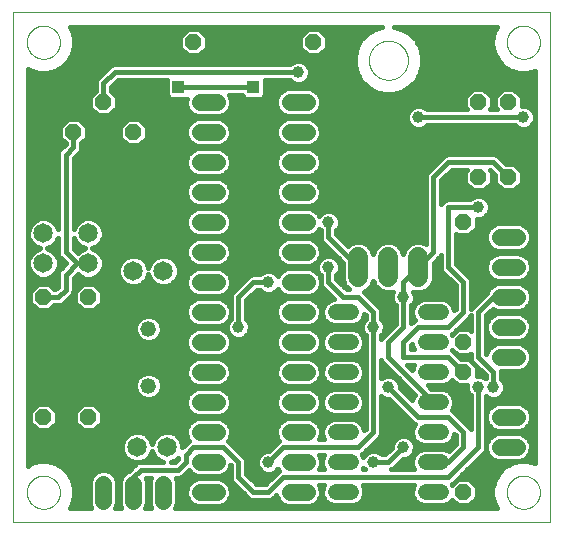
<source format=gtl>
G75*
%MOIN*%
%OFA0B0*%
%FSLAX25Y25*%
%IPPOS*%
%LPD*%
%AMOC8*
5,1,8,0,0,1.08239X$1,22.5*
%
%ADD10C,0.00000*%
%ADD11C,0.05200*%
%ADD12C,0.05600*%
%ADD13OC8,0.05200*%
%ADD14C,0.06600*%
%ADD15C,0.05200*%
%ADD16C,0.06500*%
%ADD17C,0.03962*%
%ADD18C,0.01600*%
%ADD19R,0.03962X0.03962*%
D10*
X0001800Y0003500D02*
X0001800Y0173461D01*
X0180501Y0173461D01*
X0180501Y0003500D01*
X0001800Y0003500D01*
X0006288Y0013500D02*
X0006290Y0013648D01*
X0006296Y0013796D01*
X0006306Y0013944D01*
X0006320Y0014091D01*
X0006338Y0014238D01*
X0006359Y0014384D01*
X0006385Y0014530D01*
X0006415Y0014675D01*
X0006448Y0014819D01*
X0006486Y0014962D01*
X0006527Y0015104D01*
X0006572Y0015245D01*
X0006620Y0015385D01*
X0006673Y0015524D01*
X0006729Y0015661D01*
X0006789Y0015796D01*
X0006852Y0015930D01*
X0006919Y0016062D01*
X0006990Y0016192D01*
X0007064Y0016320D01*
X0007141Y0016446D01*
X0007222Y0016570D01*
X0007306Y0016692D01*
X0007393Y0016811D01*
X0007484Y0016928D01*
X0007578Y0017043D01*
X0007674Y0017155D01*
X0007774Y0017265D01*
X0007876Y0017371D01*
X0007982Y0017475D01*
X0008090Y0017576D01*
X0008201Y0017674D01*
X0008314Y0017770D01*
X0008430Y0017862D01*
X0008548Y0017951D01*
X0008669Y0018036D01*
X0008792Y0018119D01*
X0008917Y0018198D01*
X0009044Y0018274D01*
X0009173Y0018346D01*
X0009304Y0018415D01*
X0009437Y0018480D01*
X0009572Y0018541D01*
X0009708Y0018599D01*
X0009845Y0018654D01*
X0009984Y0018704D01*
X0010125Y0018751D01*
X0010266Y0018794D01*
X0010409Y0018834D01*
X0010553Y0018869D01*
X0010697Y0018901D01*
X0010843Y0018928D01*
X0010989Y0018952D01*
X0011136Y0018972D01*
X0011283Y0018988D01*
X0011430Y0019000D01*
X0011578Y0019008D01*
X0011726Y0019012D01*
X0011874Y0019012D01*
X0012022Y0019008D01*
X0012170Y0019000D01*
X0012317Y0018988D01*
X0012464Y0018972D01*
X0012611Y0018952D01*
X0012757Y0018928D01*
X0012903Y0018901D01*
X0013047Y0018869D01*
X0013191Y0018834D01*
X0013334Y0018794D01*
X0013475Y0018751D01*
X0013616Y0018704D01*
X0013755Y0018654D01*
X0013892Y0018599D01*
X0014028Y0018541D01*
X0014163Y0018480D01*
X0014296Y0018415D01*
X0014427Y0018346D01*
X0014556Y0018274D01*
X0014683Y0018198D01*
X0014808Y0018119D01*
X0014931Y0018036D01*
X0015052Y0017951D01*
X0015170Y0017862D01*
X0015286Y0017770D01*
X0015399Y0017674D01*
X0015510Y0017576D01*
X0015618Y0017475D01*
X0015724Y0017371D01*
X0015826Y0017265D01*
X0015926Y0017155D01*
X0016022Y0017043D01*
X0016116Y0016928D01*
X0016207Y0016811D01*
X0016294Y0016692D01*
X0016378Y0016570D01*
X0016459Y0016446D01*
X0016536Y0016320D01*
X0016610Y0016192D01*
X0016681Y0016062D01*
X0016748Y0015930D01*
X0016811Y0015796D01*
X0016871Y0015661D01*
X0016927Y0015524D01*
X0016980Y0015385D01*
X0017028Y0015245D01*
X0017073Y0015104D01*
X0017114Y0014962D01*
X0017152Y0014819D01*
X0017185Y0014675D01*
X0017215Y0014530D01*
X0017241Y0014384D01*
X0017262Y0014238D01*
X0017280Y0014091D01*
X0017294Y0013944D01*
X0017304Y0013796D01*
X0017310Y0013648D01*
X0017312Y0013500D01*
X0017310Y0013352D01*
X0017304Y0013204D01*
X0017294Y0013056D01*
X0017280Y0012909D01*
X0017262Y0012762D01*
X0017241Y0012616D01*
X0017215Y0012470D01*
X0017185Y0012325D01*
X0017152Y0012181D01*
X0017114Y0012038D01*
X0017073Y0011896D01*
X0017028Y0011755D01*
X0016980Y0011615D01*
X0016927Y0011476D01*
X0016871Y0011339D01*
X0016811Y0011204D01*
X0016748Y0011070D01*
X0016681Y0010938D01*
X0016610Y0010808D01*
X0016536Y0010680D01*
X0016459Y0010554D01*
X0016378Y0010430D01*
X0016294Y0010308D01*
X0016207Y0010189D01*
X0016116Y0010072D01*
X0016022Y0009957D01*
X0015926Y0009845D01*
X0015826Y0009735D01*
X0015724Y0009629D01*
X0015618Y0009525D01*
X0015510Y0009424D01*
X0015399Y0009326D01*
X0015286Y0009230D01*
X0015170Y0009138D01*
X0015052Y0009049D01*
X0014931Y0008964D01*
X0014808Y0008881D01*
X0014683Y0008802D01*
X0014556Y0008726D01*
X0014427Y0008654D01*
X0014296Y0008585D01*
X0014163Y0008520D01*
X0014028Y0008459D01*
X0013892Y0008401D01*
X0013755Y0008346D01*
X0013616Y0008296D01*
X0013475Y0008249D01*
X0013334Y0008206D01*
X0013191Y0008166D01*
X0013047Y0008131D01*
X0012903Y0008099D01*
X0012757Y0008072D01*
X0012611Y0008048D01*
X0012464Y0008028D01*
X0012317Y0008012D01*
X0012170Y0008000D01*
X0012022Y0007992D01*
X0011874Y0007988D01*
X0011726Y0007988D01*
X0011578Y0007992D01*
X0011430Y0008000D01*
X0011283Y0008012D01*
X0011136Y0008028D01*
X0010989Y0008048D01*
X0010843Y0008072D01*
X0010697Y0008099D01*
X0010553Y0008131D01*
X0010409Y0008166D01*
X0010266Y0008206D01*
X0010125Y0008249D01*
X0009984Y0008296D01*
X0009845Y0008346D01*
X0009708Y0008401D01*
X0009572Y0008459D01*
X0009437Y0008520D01*
X0009304Y0008585D01*
X0009173Y0008654D01*
X0009044Y0008726D01*
X0008917Y0008802D01*
X0008792Y0008881D01*
X0008669Y0008964D01*
X0008548Y0009049D01*
X0008430Y0009138D01*
X0008314Y0009230D01*
X0008201Y0009326D01*
X0008090Y0009424D01*
X0007982Y0009525D01*
X0007876Y0009629D01*
X0007774Y0009735D01*
X0007674Y0009845D01*
X0007578Y0009957D01*
X0007484Y0010072D01*
X0007393Y0010189D01*
X0007306Y0010308D01*
X0007222Y0010430D01*
X0007141Y0010554D01*
X0007064Y0010680D01*
X0006990Y0010808D01*
X0006919Y0010938D01*
X0006852Y0011070D01*
X0006789Y0011204D01*
X0006729Y0011339D01*
X0006673Y0011476D01*
X0006620Y0011615D01*
X0006572Y0011755D01*
X0006527Y0011896D01*
X0006486Y0012038D01*
X0006448Y0012181D01*
X0006415Y0012325D01*
X0006385Y0012470D01*
X0006359Y0012616D01*
X0006338Y0012762D01*
X0006320Y0012909D01*
X0006306Y0013056D01*
X0006296Y0013204D01*
X0006290Y0013352D01*
X0006288Y0013500D01*
X0120300Y0157500D02*
X0120302Y0157661D01*
X0120308Y0157821D01*
X0120318Y0157982D01*
X0120332Y0158142D01*
X0120350Y0158302D01*
X0120371Y0158461D01*
X0120397Y0158620D01*
X0120427Y0158778D01*
X0120460Y0158935D01*
X0120498Y0159092D01*
X0120539Y0159247D01*
X0120584Y0159401D01*
X0120633Y0159554D01*
X0120686Y0159706D01*
X0120742Y0159857D01*
X0120803Y0160006D01*
X0120866Y0160154D01*
X0120934Y0160300D01*
X0121005Y0160444D01*
X0121079Y0160586D01*
X0121157Y0160727D01*
X0121239Y0160865D01*
X0121324Y0161002D01*
X0121412Y0161136D01*
X0121504Y0161268D01*
X0121599Y0161398D01*
X0121697Y0161526D01*
X0121798Y0161651D01*
X0121902Y0161773D01*
X0122009Y0161893D01*
X0122119Y0162010D01*
X0122232Y0162125D01*
X0122348Y0162236D01*
X0122467Y0162345D01*
X0122588Y0162450D01*
X0122712Y0162553D01*
X0122838Y0162653D01*
X0122966Y0162749D01*
X0123097Y0162842D01*
X0123231Y0162932D01*
X0123366Y0163019D01*
X0123504Y0163102D01*
X0123643Y0163182D01*
X0123785Y0163258D01*
X0123928Y0163331D01*
X0124073Y0163400D01*
X0124220Y0163466D01*
X0124368Y0163528D01*
X0124518Y0163586D01*
X0124669Y0163641D01*
X0124822Y0163692D01*
X0124976Y0163739D01*
X0125131Y0163782D01*
X0125287Y0163821D01*
X0125443Y0163857D01*
X0125601Y0163888D01*
X0125759Y0163916D01*
X0125918Y0163940D01*
X0126078Y0163960D01*
X0126238Y0163976D01*
X0126398Y0163988D01*
X0126559Y0163996D01*
X0126720Y0164000D01*
X0126880Y0164000D01*
X0127041Y0163996D01*
X0127202Y0163988D01*
X0127362Y0163976D01*
X0127522Y0163960D01*
X0127682Y0163940D01*
X0127841Y0163916D01*
X0127999Y0163888D01*
X0128157Y0163857D01*
X0128313Y0163821D01*
X0128469Y0163782D01*
X0128624Y0163739D01*
X0128778Y0163692D01*
X0128931Y0163641D01*
X0129082Y0163586D01*
X0129232Y0163528D01*
X0129380Y0163466D01*
X0129527Y0163400D01*
X0129672Y0163331D01*
X0129815Y0163258D01*
X0129957Y0163182D01*
X0130096Y0163102D01*
X0130234Y0163019D01*
X0130369Y0162932D01*
X0130503Y0162842D01*
X0130634Y0162749D01*
X0130762Y0162653D01*
X0130888Y0162553D01*
X0131012Y0162450D01*
X0131133Y0162345D01*
X0131252Y0162236D01*
X0131368Y0162125D01*
X0131481Y0162010D01*
X0131591Y0161893D01*
X0131698Y0161773D01*
X0131802Y0161651D01*
X0131903Y0161526D01*
X0132001Y0161398D01*
X0132096Y0161268D01*
X0132188Y0161136D01*
X0132276Y0161002D01*
X0132361Y0160865D01*
X0132443Y0160727D01*
X0132521Y0160586D01*
X0132595Y0160444D01*
X0132666Y0160300D01*
X0132734Y0160154D01*
X0132797Y0160006D01*
X0132858Y0159857D01*
X0132914Y0159706D01*
X0132967Y0159554D01*
X0133016Y0159401D01*
X0133061Y0159247D01*
X0133102Y0159092D01*
X0133140Y0158935D01*
X0133173Y0158778D01*
X0133203Y0158620D01*
X0133229Y0158461D01*
X0133250Y0158302D01*
X0133268Y0158142D01*
X0133282Y0157982D01*
X0133292Y0157821D01*
X0133298Y0157661D01*
X0133300Y0157500D01*
X0133298Y0157339D01*
X0133292Y0157179D01*
X0133282Y0157018D01*
X0133268Y0156858D01*
X0133250Y0156698D01*
X0133229Y0156539D01*
X0133203Y0156380D01*
X0133173Y0156222D01*
X0133140Y0156065D01*
X0133102Y0155908D01*
X0133061Y0155753D01*
X0133016Y0155599D01*
X0132967Y0155446D01*
X0132914Y0155294D01*
X0132858Y0155143D01*
X0132797Y0154994D01*
X0132734Y0154846D01*
X0132666Y0154700D01*
X0132595Y0154556D01*
X0132521Y0154414D01*
X0132443Y0154273D01*
X0132361Y0154135D01*
X0132276Y0153998D01*
X0132188Y0153864D01*
X0132096Y0153732D01*
X0132001Y0153602D01*
X0131903Y0153474D01*
X0131802Y0153349D01*
X0131698Y0153227D01*
X0131591Y0153107D01*
X0131481Y0152990D01*
X0131368Y0152875D01*
X0131252Y0152764D01*
X0131133Y0152655D01*
X0131012Y0152550D01*
X0130888Y0152447D01*
X0130762Y0152347D01*
X0130634Y0152251D01*
X0130503Y0152158D01*
X0130369Y0152068D01*
X0130234Y0151981D01*
X0130096Y0151898D01*
X0129957Y0151818D01*
X0129815Y0151742D01*
X0129672Y0151669D01*
X0129527Y0151600D01*
X0129380Y0151534D01*
X0129232Y0151472D01*
X0129082Y0151414D01*
X0128931Y0151359D01*
X0128778Y0151308D01*
X0128624Y0151261D01*
X0128469Y0151218D01*
X0128313Y0151179D01*
X0128157Y0151143D01*
X0127999Y0151112D01*
X0127841Y0151084D01*
X0127682Y0151060D01*
X0127522Y0151040D01*
X0127362Y0151024D01*
X0127202Y0151012D01*
X0127041Y0151004D01*
X0126880Y0151000D01*
X0126720Y0151000D01*
X0126559Y0151004D01*
X0126398Y0151012D01*
X0126238Y0151024D01*
X0126078Y0151040D01*
X0125918Y0151060D01*
X0125759Y0151084D01*
X0125601Y0151112D01*
X0125443Y0151143D01*
X0125287Y0151179D01*
X0125131Y0151218D01*
X0124976Y0151261D01*
X0124822Y0151308D01*
X0124669Y0151359D01*
X0124518Y0151414D01*
X0124368Y0151472D01*
X0124220Y0151534D01*
X0124073Y0151600D01*
X0123928Y0151669D01*
X0123785Y0151742D01*
X0123643Y0151818D01*
X0123504Y0151898D01*
X0123366Y0151981D01*
X0123231Y0152068D01*
X0123097Y0152158D01*
X0122966Y0152251D01*
X0122838Y0152347D01*
X0122712Y0152447D01*
X0122588Y0152550D01*
X0122467Y0152655D01*
X0122348Y0152764D01*
X0122232Y0152875D01*
X0122119Y0152990D01*
X0122009Y0153107D01*
X0121902Y0153227D01*
X0121798Y0153349D01*
X0121697Y0153474D01*
X0121599Y0153602D01*
X0121504Y0153732D01*
X0121412Y0153864D01*
X0121324Y0153998D01*
X0121239Y0154135D01*
X0121157Y0154273D01*
X0121079Y0154414D01*
X0121005Y0154556D01*
X0120934Y0154700D01*
X0120866Y0154846D01*
X0120803Y0154994D01*
X0120742Y0155143D01*
X0120686Y0155294D01*
X0120633Y0155446D01*
X0120584Y0155599D01*
X0120539Y0155753D01*
X0120498Y0155908D01*
X0120460Y0156065D01*
X0120427Y0156222D01*
X0120397Y0156380D01*
X0120371Y0156539D01*
X0120350Y0156698D01*
X0120332Y0156858D01*
X0120318Y0157018D01*
X0120308Y0157179D01*
X0120302Y0157339D01*
X0120300Y0157500D01*
X0166288Y0163500D02*
X0166290Y0163648D01*
X0166296Y0163796D01*
X0166306Y0163944D01*
X0166320Y0164091D01*
X0166338Y0164238D01*
X0166359Y0164384D01*
X0166385Y0164530D01*
X0166415Y0164675D01*
X0166448Y0164819D01*
X0166486Y0164962D01*
X0166527Y0165104D01*
X0166572Y0165245D01*
X0166620Y0165385D01*
X0166673Y0165524D01*
X0166729Y0165661D01*
X0166789Y0165796D01*
X0166852Y0165930D01*
X0166919Y0166062D01*
X0166990Y0166192D01*
X0167064Y0166320D01*
X0167141Y0166446D01*
X0167222Y0166570D01*
X0167306Y0166692D01*
X0167393Y0166811D01*
X0167484Y0166928D01*
X0167578Y0167043D01*
X0167674Y0167155D01*
X0167774Y0167265D01*
X0167876Y0167371D01*
X0167982Y0167475D01*
X0168090Y0167576D01*
X0168201Y0167674D01*
X0168314Y0167770D01*
X0168430Y0167862D01*
X0168548Y0167951D01*
X0168669Y0168036D01*
X0168792Y0168119D01*
X0168917Y0168198D01*
X0169044Y0168274D01*
X0169173Y0168346D01*
X0169304Y0168415D01*
X0169437Y0168480D01*
X0169572Y0168541D01*
X0169708Y0168599D01*
X0169845Y0168654D01*
X0169984Y0168704D01*
X0170125Y0168751D01*
X0170266Y0168794D01*
X0170409Y0168834D01*
X0170553Y0168869D01*
X0170697Y0168901D01*
X0170843Y0168928D01*
X0170989Y0168952D01*
X0171136Y0168972D01*
X0171283Y0168988D01*
X0171430Y0169000D01*
X0171578Y0169008D01*
X0171726Y0169012D01*
X0171874Y0169012D01*
X0172022Y0169008D01*
X0172170Y0169000D01*
X0172317Y0168988D01*
X0172464Y0168972D01*
X0172611Y0168952D01*
X0172757Y0168928D01*
X0172903Y0168901D01*
X0173047Y0168869D01*
X0173191Y0168834D01*
X0173334Y0168794D01*
X0173475Y0168751D01*
X0173616Y0168704D01*
X0173755Y0168654D01*
X0173892Y0168599D01*
X0174028Y0168541D01*
X0174163Y0168480D01*
X0174296Y0168415D01*
X0174427Y0168346D01*
X0174556Y0168274D01*
X0174683Y0168198D01*
X0174808Y0168119D01*
X0174931Y0168036D01*
X0175052Y0167951D01*
X0175170Y0167862D01*
X0175286Y0167770D01*
X0175399Y0167674D01*
X0175510Y0167576D01*
X0175618Y0167475D01*
X0175724Y0167371D01*
X0175826Y0167265D01*
X0175926Y0167155D01*
X0176022Y0167043D01*
X0176116Y0166928D01*
X0176207Y0166811D01*
X0176294Y0166692D01*
X0176378Y0166570D01*
X0176459Y0166446D01*
X0176536Y0166320D01*
X0176610Y0166192D01*
X0176681Y0166062D01*
X0176748Y0165930D01*
X0176811Y0165796D01*
X0176871Y0165661D01*
X0176927Y0165524D01*
X0176980Y0165385D01*
X0177028Y0165245D01*
X0177073Y0165104D01*
X0177114Y0164962D01*
X0177152Y0164819D01*
X0177185Y0164675D01*
X0177215Y0164530D01*
X0177241Y0164384D01*
X0177262Y0164238D01*
X0177280Y0164091D01*
X0177294Y0163944D01*
X0177304Y0163796D01*
X0177310Y0163648D01*
X0177312Y0163500D01*
X0177310Y0163352D01*
X0177304Y0163204D01*
X0177294Y0163056D01*
X0177280Y0162909D01*
X0177262Y0162762D01*
X0177241Y0162616D01*
X0177215Y0162470D01*
X0177185Y0162325D01*
X0177152Y0162181D01*
X0177114Y0162038D01*
X0177073Y0161896D01*
X0177028Y0161755D01*
X0176980Y0161615D01*
X0176927Y0161476D01*
X0176871Y0161339D01*
X0176811Y0161204D01*
X0176748Y0161070D01*
X0176681Y0160938D01*
X0176610Y0160808D01*
X0176536Y0160680D01*
X0176459Y0160554D01*
X0176378Y0160430D01*
X0176294Y0160308D01*
X0176207Y0160189D01*
X0176116Y0160072D01*
X0176022Y0159957D01*
X0175926Y0159845D01*
X0175826Y0159735D01*
X0175724Y0159629D01*
X0175618Y0159525D01*
X0175510Y0159424D01*
X0175399Y0159326D01*
X0175286Y0159230D01*
X0175170Y0159138D01*
X0175052Y0159049D01*
X0174931Y0158964D01*
X0174808Y0158881D01*
X0174683Y0158802D01*
X0174556Y0158726D01*
X0174427Y0158654D01*
X0174296Y0158585D01*
X0174163Y0158520D01*
X0174028Y0158459D01*
X0173892Y0158401D01*
X0173755Y0158346D01*
X0173616Y0158296D01*
X0173475Y0158249D01*
X0173334Y0158206D01*
X0173191Y0158166D01*
X0173047Y0158131D01*
X0172903Y0158099D01*
X0172757Y0158072D01*
X0172611Y0158048D01*
X0172464Y0158028D01*
X0172317Y0158012D01*
X0172170Y0158000D01*
X0172022Y0157992D01*
X0171874Y0157988D01*
X0171726Y0157988D01*
X0171578Y0157992D01*
X0171430Y0158000D01*
X0171283Y0158012D01*
X0171136Y0158028D01*
X0170989Y0158048D01*
X0170843Y0158072D01*
X0170697Y0158099D01*
X0170553Y0158131D01*
X0170409Y0158166D01*
X0170266Y0158206D01*
X0170125Y0158249D01*
X0169984Y0158296D01*
X0169845Y0158346D01*
X0169708Y0158401D01*
X0169572Y0158459D01*
X0169437Y0158520D01*
X0169304Y0158585D01*
X0169173Y0158654D01*
X0169044Y0158726D01*
X0168917Y0158802D01*
X0168792Y0158881D01*
X0168669Y0158964D01*
X0168548Y0159049D01*
X0168430Y0159138D01*
X0168314Y0159230D01*
X0168201Y0159326D01*
X0168090Y0159424D01*
X0167982Y0159525D01*
X0167876Y0159629D01*
X0167774Y0159735D01*
X0167674Y0159845D01*
X0167578Y0159957D01*
X0167484Y0160072D01*
X0167393Y0160189D01*
X0167306Y0160308D01*
X0167222Y0160430D01*
X0167141Y0160554D01*
X0167064Y0160680D01*
X0166990Y0160808D01*
X0166919Y0160938D01*
X0166852Y0161070D01*
X0166789Y0161204D01*
X0166729Y0161339D01*
X0166673Y0161476D01*
X0166620Y0161615D01*
X0166572Y0161755D01*
X0166527Y0161896D01*
X0166486Y0162038D01*
X0166448Y0162181D01*
X0166415Y0162325D01*
X0166385Y0162470D01*
X0166359Y0162616D01*
X0166338Y0162762D01*
X0166320Y0162909D01*
X0166306Y0163056D01*
X0166296Y0163204D01*
X0166290Y0163352D01*
X0166288Y0163500D01*
X0006288Y0163500D02*
X0006290Y0163648D01*
X0006296Y0163796D01*
X0006306Y0163944D01*
X0006320Y0164091D01*
X0006338Y0164238D01*
X0006359Y0164384D01*
X0006385Y0164530D01*
X0006415Y0164675D01*
X0006448Y0164819D01*
X0006486Y0164962D01*
X0006527Y0165104D01*
X0006572Y0165245D01*
X0006620Y0165385D01*
X0006673Y0165524D01*
X0006729Y0165661D01*
X0006789Y0165796D01*
X0006852Y0165930D01*
X0006919Y0166062D01*
X0006990Y0166192D01*
X0007064Y0166320D01*
X0007141Y0166446D01*
X0007222Y0166570D01*
X0007306Y0166692D01*
X0007393Y0166811D01*
X0007484Y0166928D01*
X0007578Y0167043D01*
X0007674Y0167155D01*
X0007774Y0167265D01*
X0007876Y0167371D01*
X0007982Y0167475D01*
X0008090Y0167576D01*
X0008201Y0167674D01*
X0008314Y0167770D01*
X0008430Y0167862D01*
X0008548Y0167951D01*
X0008669Y0168036D01*
X0008792Y0168119D01*
X0008917Y0168198D01*
X0009044Y0168274D01*
X0009173Y0168346D01*
X0009304Y0168415D01*
X0009437Y0168480D01*
X0009572Y0168541D01*
X0009708Y0168599D01*
X0009845Y0168654D01*
X0009984Y0168704D01*
X0010125Y0168751D01*
X0010266Y0168794D01*
X0010409Y0168834D01*
X0010553Y0168869D01*
X0010697Y0168901D01*
X0010843Y0168928D01*
X0010989Y0168952D01*
X0011136Y0168972D01*
X0011283Y0168988D01*
X0011430Y0169000D01*
X0011578Y0169008D01*
X0011726Y0169012D01*
X0011874Y0169012D01*
X0012022Y0169008D01*
X0012170Y0169000D01*
X0012317Y0168988D01*
X0012464Y0168972D01*
X0012611Y0168952D01*
X0012757Y0168928D01*
X0012903Y0168901D01*
X0013047Y0168869D01*
X0013191Y0168834D01*
X0013334Y0168794D01*
X0013475Y0168751D01*
X0013616Y0168704D01*
X0013755Y0168654D01*
X0013892Y0168599D01*
X0014028Y0168541D01*
X0014163Y0168480D01*
X0014296Y0168415D01*
X0014427Y0168346D01*
X0014556Y0168274D01*
X0014683Y0168198D01*
X0014808Y0168119D01*
X0014931Y0168036D01*
X0015052Y0167951D01*
X0015170Y0167862D01*
X0015286Y0167770D01*
X0015399Y0167674D01*
X0015510Y0167576D01*
X0015618Y0167475D01*
X0015724Y0167371D01*
X0015826Y0167265D01*
X0015926Y0167155D01*
X0016022Y0167043D01*
X0016116Y0166928D01*
X0016207Y0166811D01*
X0016294Y0166692D01*
X0016378Y0166570D01*
X0016459Y0166446D01*
X0016536Y0166320D01*
X0016610Y0166192D01*
X0016681Y0166062D01*
X0016748Y0165930D01*
X0016811Y0165796D01*
X0016871Y0165661D01*
X0016927Y0165524D01*
X0016980Y0165385D01*
X0017028Y0165245D01*
X0017073Y0165104D01*
X0017114Y0164962D01*
X0017152Y0164819D01*
X0017185Y0164675D01*
X0017215Y0164530D01*
X0017241Y0164384D01*
X0017262Y0164238D01*
X0017280Y0164091D01*
X0017294Y0163944D01*
X0017304Y0163796D01*
X0017310Y0163648D01*
X0017312Y0163500D01*
X0017310Y0163352D01*
X0017304Y0163204D01*
X0017294Y0163056D01*
X0017280Y0162909D01*
X0017262Y0162762D01*
X0017241Y0162616D01*
X0017215Y0162470D01*
X0017185Y0162325D01*
X0017152Y0162181D01*
X0017114Y0162038D01*
X0017073Y0161896D01*
X0017028Y0161755D01*
X0016980Y0161615D01*
X0016927Y0161476D01*
X0016871Y0161339D01*
X0016811Y0161204D01*
X0016748Y0161070D01*
X0016681Y0160938D01*
X0016610Y0160808D01*
X0016536Y0160680D01*
X0016459Y0160554D01*
X0016378Y0160430D01*
X0016294Y0160308D01*
X0016207Y0160189D01*
X0016116Y0160072D01*
X0016022Y0159957D01*
X0015926Y0159845D01*
X0015826Y0159735D01*
X0015724Y0159629D01*
X0015618Y0159525D01*
X0015510Y0159424D01*
X0015399Y0159326D01*
X0015286Y0159230D01*
X0015170Y0159138D01*
X0015052Y0159049D01*
X0014931Y0158964D01*
X0014808Y0158881D01*
X0014683Y0158802D01*
X0014556Y0158726D01*
X0014427Y0158654D01*
X0014296Y0158585D01*
X0014163Y0158520D01*
X0014028Y0158459D01*
X0013892Y0158401D01*
X0013755Y0158346D01*
X0013616Y0158296D01*
X0013475Y0158249D01*
X0013334Y0158206D01*
X0013191Y0158166D01*
X0013047Y0158131D01*
X0012903Y0158099D01*
X0012757Y0158072D01*
X0012611Y0158048D01*
X0012464Y0158028D01*
X0012317Y0158012D01*
X0012170Y0158000D01*
X0012022Y0157992D01*
X0011874Y0157988D01*
X0011726Y0157988D01*
X0011578Y0157992D01*
X0011430Y0158000D01*
X0011283Y0158012D01*
X0011136Y0158028D01*
X0010989Y0158048D01*
X0010843Y0158072D01*
X0010697Y0158099D01*
X0010553Y0158131D01*
X0010409Y0158166D01*
X0010266Y0158206D01*
X0010125Y0158249D01*
X0009984Y0158296D01*
X0009845Y0158346D01*
X0009708Y0158401D01*
X0009572Y0158459D01*
X0009437Y0158520D01*
X0009304Y0158585D01*
X0009173Y0158654D01*
X0009044Y0158726D01*
X0008917Y0158802D01*
X0008792Y0158881D01*
X0008669Y0158964D01*
X0008548Y0159049D01*
X0008430Y0159138D01*
X0008314Y0159230D01*
X0008201Y0159326D01*
X0008090Y0159424D01*
X0007982Y0159525D01*
X0007876Y0159629D01*
X0007774Y0159735D01*
X0007674Y0159845D01*
X0007578Y0159957D01*
X0007484Y0160072D01*
X0007393Y0160189D01*
X0007306Y0160308D01*
X0007222Y0160430D01*
X0007141Y0160554D01*
X0007064Y0160680D01*
X0006990Y0160808D01*
X0006919Y0160938D01*
X0006852Y0161070D01*
X0006789Y0161204D01*
X0006729Y0161339D01*
X0006673Y0161476D01*
X0006620Y0161615D01*
X0006572Y0161755D01*
X0006527Y0161896D01*
X0006486Y0162038D01*
X0006448Y0162181D01*
X0006415Y0162325D01*
X0006385Y0162470D01*
X0006359Y0162616D01*
X0006338Y0162762D01*
X0006320Y0162909D01*
X0006306Y0163056D01*
X0006296Y0163204D01*
X0006290Y0163352D01*
X0006288Y0163500D01*
X0166288Y0013500D02*
X0166290Y0013648D01*
X0166296Y0013796D01*
X0166306Y0013944D01*
X0166320Y0014091D01*
X0166338Y0014238D01*
X0166359Y0014384D01*
X0166385Y0014530D01*
X0166415Y0014675D01*
X0166448Y0014819D01*
X0166486Y0014962D01*
X0166527Y0015104D01*
X0166572Y0015245D01*
X0166620Y0015385D01*
X0166673Y0015524D01*
X0166729Y0015661D01*
X0166789Y0015796D01*
X0166852Y0015930D01*
X0166919Y0016062D01*
X0166990Y0016192D01*
X0167064Y0016320D01*
X0167141Y0016446D01*
X0167222Y0016570D01*
X0167306Y0016692D01*
X0167393Y0016811D01*
X0167484Y0016928D01*
X0167578Y0017043D01*
X0167674Y0017155D01*
X0167774Y0017265D01*
X0167876Y0017371D01*
X0167982Y0017475D01*
X0168090Y0017576D01*
X0168201Y0017674D01*
X0168314Y0017770D01*
X0168430Y0017862D01*
X0168548Y0017951D01*
X0168669Y0018036D01*
X0168792Y0018119D01*
X0168917Y0018198D01*
X0169044Y0018274D01*
X0169173Y0018346D01*
X0169304Y0018415D01*
X0169437Y0018480D01*
X0169572Y0018541D01*
X0169708Y0018599D01*
X0169845Y0018654D01*
X0169984Y0018704D01*
X0170125Y0018751D01*
X0170266Y0018794D01*
X0170409Y0018834D01*
X0170553Y0018869D01*
X0170697Y0018901D01*
X0170843Y0018928D01*
X0170989Y0018952D01*
X0171136Y0018972D01*
X0171283Y0018988D01*
X0171430Y0019000D01*
X0171578Y0019008D01*
X0171726Y0019012D01*
X0171874Y0019012D01*
X0172022Y0019008D01*
X0172170Y0019000D01*
X0172317Y0018988D01*
X0172464Y0018972D01*
X0172611Y0018952D01*
X0172757Y0018928D01*
X0172903Y0018901D01*
X0173047Y0018869D01*
X0173191Y0018834D01*
X0173334Y0018794D01*
X0173475Y0018751D01*
X0173616Y0018704D01*
X0173755Y0018654D01*
X0173892Y0018599D01*
X0174028Y0018541D01*
X0174163Y0018480D01*
X0174296Y0018415D01*
X0174427Y0018346D01*
X0174556Y0018274D01*
X0174683Y0018198D01*
X0174808Y0018119D01*
X0174931Y0018036D01*
X0175052Y0017951D01*
X0175170Y0017862D01*
X0175286Y0017770D01*
X0175399Y0017674D01*
X0175510Y0017576D01*
X0175618Y0017475D01*
X0175724Y0017371D01*
X0175826Y0017265D01*
X0175926Y0017155D01*
X0176022Y0017043D01*
X0176116Y0016928D01*
X0176207Y0016811D01*
X0176294Y0016692D01*
X0176378Y0016570D01*
X0176459Y0016446D01*
X0176536Y0016320D01*
X0176610Y0016192D01*
X0176681Y0016062D01*
X0176748Y0015930D01*
X0176811Y0015796D01*
X0176871Y0015661D01*
X0176927Y0015524D01*
X0176980Y0015385D01*
X0177028Y0015245D01*
X0177073Y0015104D01*
X0177114Y0014962D01*
X0177152Y0014819D01*
X0177185Y0014675D01*
X0177215Y0014530D01*
X0177241Y0014384D01*
X0177262Y0014238D01*
X0177280Y0014091D01*
X0177294Y0013944D01*
X0177304Y0013796D01*
X0177310Y0013648D01*
X0177312Y0013500D01*
X0177310Y0013352D01*
X0177304Y0013204D01*
X0177294Y0013056D01*
X0177280Y0012909D01*
X0177262Y0012762D01*
X0177241Y0012616D01*
X0177215Y0012470D01*
X0177185Y0012325D01*
X0177152Y0012181D01*
X0177114Y0012038D01*
X0177073Y0011896D01*
X0177028Y0011755D01*
X0176980Y0011615D01*
X0176927Y0011476D01*
X0176871Y0011339D01*
X0176811Y0011204D01*
X0176748Y0011070D01*
X0176681Y0010938D01*
X0176610Y0010808D01*
X0176536Y0010680D01*
X0176459Y0010554D01*
X0176378Y0010430D01*
X0176294Y0010308D01*
X0176207Y0010189D01*
X0176116Y0010072D01*
X0176022Y0009957D01*
X0175926Y0009845D01*
X0175826Y0009735D01*
X0175724Y0009629D01*
X0175618Y0009525D01*
X0175510Y0009424D01*
X0175399Y0009326D01*
X0175286Y0009230D01*
X0175170Y0009138D01*
X0175052Y0009049D01*
X0174931Y0008964D01*
X0174808Y0008881D01*
X0174683Y0008802D01*
X0174556Y0008726D01*
X0174427Y0008654D01*
X0174296Y0008585D01*
X0174163Y0008520D01*
X0174028Y0008459D01*
X0173892Y0008401D01*
X0173755Y0008346D01*
X0173616Y0008296D01*
X0173475Y0008249D01*
X0173334Y0008206D01*
X0173191Y0008166D01*
X0173047Y0008131D01*
X0172903Y0008099D01*
X0172757Y0008072D01*
X0172611Y0008048D01*
X0172464Y0008028D01*
X0172317Y0008012D01*
X0172170Y0008000D01*
X0172022Y0007992D01*
X0171874Y0007988D01*
X0171726Y0007988D01*
X0171578Y0007992D01*
X0171430Y0008000D01*
X0171283Y0008012D01*
X0171136Y0008028D01*
X0170989Y0008048D01*
X0170843Y0008072D01*
X0170697Y0008099D01*
X0170553Y0008131D01*
X0170409Y0008166D01*
X0170266Y0008206D01*
X0170125Y0008249D01*
X0169984Y0008296D01*
X0169845Y0008346D01*
X0169708Y0008401D01*
X0169572Y0008459D01*
X0169437Y0008520D01*
X0169304Y0008585D01*
X0169173Y0008654D01*
X0169044Y0008726D01*
X0168917Y0008802D01*
X0168792Y0008881D01*
X0168669Y0008964D01*
X0168548Y0009049D01*
X0168430Y0009138D01*
X0168314Y0009230D01*
X0168201Y0009326D01*
X0168090Y0009424D01*
X0167982Y0009525D01*
X0167876Y0009629D01*
X0167774Y0009735D01*
X0167674Y0009845D01*
X0167578Y0009957D01*
X0167484Y0010072D01*
X0167393Y0010189D01*
X0167306Y0010308D01*
X0167222Y0010430D01*
X0167141Y0010554D01*
X0167064Y0010680D01*
X0166990Y0010808D01*
X0166919Y0010938D01*
X0166852Y0011070D01*
X0166789Y0011204D01*
X0166729Y0011339D01*
X0166673Y0011476D01*
X0166620Y0011615D01*
X0166572Y0011755D01*
X0166527Y0011896D01*
X0166486Y0012038D01*
X0166448Y0012181D01*
X0166415Y0012325D01*
X0166385Y0012470D01*
X0166359Y0012616D01*
X0166338Y0012762D01*
X0166320Y0012909D01*
X0166306Y0013056D01*
X0166296Y0013204D01*
X0166290Y0013352D01*
X0166288Y0013500D01*
D11*
X0144400Y0013500D02*
X0139200Y0013500D01*
X0139200Y0023500D02*
X0144400Y0023500D01*
X0144400Y0033500D02*
X0139200Y0033500D01*
X0139200Y0043500D02*
X0144400Y0043500D01*
X0144400Y0053500D02*
X0139200Y0053500D01*
X0139200Y0063500D02*
X0144400Y0063500D01*
X0144400Y0073500D02*
X0139200Y0073500D01*
X0114400Y0073500D02*
X0109200Y0073500D01*
X0109200Y0063500D02*
X0114400Y0063500D01*
X0114400Y0053500D02*
X0109200Y0053500D01*
X0109200Y0043500D02*
X0114400Y0043500D01*
X0114400Y0033500D02*
X0109200Y0033500D01*
X0109200Y0023500D02*
X0114400Y0023500D01*
X0114400Y0013500D02*
X0109200Y0013500D01*
D12*
X0099600Y0013500D02*
X0094000Y0013500D01*
X0094000Y0023500D02*
X0099600Y0023500D01*
X0099600Y0033500D02*
X0094000Y0033500D01*
X0094000Y0043500D02*
X0099600Y0043500D01*
X0099600Y0053500D02*
X0094000Y0053500D01*
X0094000Y0063500D02*
X0099600Y0063500D01*
X0099600Y0073500D02*
X0094000Y0073500D01*
X0094000Y0083500D02*
X0099600Y0083500D01*
X0099600Y0093500D02*
X0094000Y0093500D01*
X0094000Y0103500D02*
X0099600Y0103500D01*
X0099600Y0113500D02*
X0094000Y0113500D01*
X0094000Y0123500D02*
X0099600Y0123500D01*
X0099600Y0133500D02*
X0094000Y0133500D01*
X0094000Y0143500D02*
X0099600Y0143500D01*
X0069600Y0143500D02*
X0064000Y0143500D01*
X0064000Y0133500D02*
X0069600Y0133500D01*
X0069600Y0123500D02*
X0064000Y0123500D01*
X0064000Y0113500D02*
X0069600Y0113500D01*
X0069600Y0103500D02*
X0064000Y0103500D01*
X0064000Y0093500D02*
X0069600Y0093500D01*
X0069600Y0083500D02*
X0064000Y0083500D01*
X0064000Y0073500D02*
X0069600Y0073500D01*
X0069600Y0063500D02*
X0064000Y0063500D01*
X0064000Y0053500D02*
X0069600Y0053500D01*
X0069600Y0043500D02*
X0064000Y0043500D01*
X0064000Y0033500D02*
X0069600Y0033500D01*
X0069600Y0023500D02*
X0064000Y0023500D01*
X0064000Y0013500D02*
X0069600Y0013500D01*
X0051800Y0010700D02*
X0051800Y0016300D01*
X0041800Y0016300D02*
X0041800Y0010700D01*
X0031800Y0010700D02*
X0031800Y0016300D01*
X0164000Y0028500D02*
X0169600Y0028500D01*
X0169600Y0038500D02*
X0164000Y0038500D01*
X0164000Y0058500D02*
X0169600Y0058500D01*
X0169600Y0068500D02*
X0164000Y0068500D01*
X0164000Y0078500D02*
X0169600Y0078500D01*
X0169600Y0088500D02*
X0164000Y0088500D01*
X0164000Y0098500D02*
X0169600Y0098500D01*
D13*
X0151800Y0103500D03*
X0156800Y0118500D03*
X0166800Y0118500D03*
X0166800Y0143500D03*
X0156800Y0143500D03*
X0101800Y0163500D03*
X0061800Y0163500D03*
X0031800Y0143500D03*
X0021800Y0133500D03*
X0041800Y0133500D03*
X0026800Y0078500D03*
X0011800Y0078500D03*
X0011800Y0038500D03*
X0026800Y0038500D03*
X0151800Y0053500D03*
X0151800Y0063500D03*
X0151800Y0013500D03*
D14*
X0136800Y0085200D02*
X0136800Y0091800D01*
X0126800Y0091800D02*
X0126800Y0085200D01*
X0116800Y0085200D02*
X0116800Y0091800D01*
D15*
X0046800Y0068000D03*
X0046800Y0049000D03*
D16*
X0043050Y0028500D03*
X0053050Y0028500D03*
X0051800Y0087250D03*
X0041800Y0087250D03*
X0026800Y0089750D03*
X0026800Y0099750D03*
X0011800Y0099750D03*
X0011800Y0089750D03*
D17*
X0076800Y0068500D03*
X0086800Y0083500D03*
X0106800Y0088500D03*
X0106800Y0103500D03*
X0131800Y0078500D03*
X0121800Y0068500D03*
X0126800Y0048500D03*
X0131800Y0028500D03*
X0121800Y0023500D03*
X0086800Y0023500D03*
X0156800Y0048500D03*
X0161800Y0048500D03*
X0156800Y0108500D03*
X0171800Y0138500D03*
X0136800Y0138500D03*
X0096800Y0153500D03*
D18*
X0035550Y0153500D01*
X0031800Y0149750D01*
X0031800Y0143500D01*
X0036200Y0144169D02*
X0059400Y0144169D01*
X0059400Y0144415D02*
X0059400Y0142585D01*
X0060100Y0140894D01*
X0061394Y0139600D01*
X0063085Y0138900D01*
X0070515Y0138900D01*
X0072206Y0139600D01*
X0073500Y0140894D01*
X0074200Y0142585D01*
X0074200Y0144415D01*
X0073585Y0145900D01*
X0078019Y0145900D01*
X0078019Y0145773D01*
X0079073Y0144719D01*
X0084527Y0144719D01*
X0085581Y0145773D01*
X0085581Y0150900D01*
X0094053Y0150900D01*
X0094658Y0150295D01*
X0096048Y0149719D01*
X0097552Y0149719D01*
X0098942Y0150295D01*
X0100005Y0151358D01*
X0100581Y0152748D01*
X0100581Y0154252D01*
X0100005Y0155642D01*
X0098942Y0156705D01*
X0097552Y0157281D01*
X0096048Y0157281D01*
X0094658Y0156705D01*
X0094053Y0156100D01*
X0035033Y0156100D01*
X0034077Y0155704D01*
X0030327Y0151954D01*
X0029596Y0151223D01*
X0029200Y0150267D01*
X0029200Y0147123D01*
X0027400Y0145323D01*
X0027400Y0141677D01*
X0029977Y0139100D01*
X0033623Y0139100D01*
X0036200Y0141677D01*
X0036200Y0145323D01*
X0034400Y0147123D01*
X0034400Y0148673D01*
X0036627Y0150900D01*
X0053019Y0150900D01*
X0053019Y0145773D01*
X0054073Y0144719D01*
X0059526Y0144719D01*
X0059400Y0144415D01*
X0059406Y0142570D02*
X0036200Y0142570D01*
X0035495Y0140972D02*
X0060068Y0140972D01*
X0061942Y0139373D02*
X0033896Y0139373D01*
X0029704Y0139373D02*
X0006600Y0139373D01*
X0006600Y0137775D02*
X0019852Y0137775D01*
X0019977Y0137900D02*
X0017400Y0135323D01*
X0017400Y0131677D01*
X0019200Y0129877D01*
X0019200Y0129577D01*
X0017827Y0128204D01*
X0017096Y0127473D01*
X0016700Y0126517D01*
X0016700Y0101117D01*
X0016081Y0102611D01*
X0014661Y0104031D01*
X0012805Y0104800D01*
X0010795Y0104800D01*
X0008939Y0104031D01*
X0007519Y0102611D01*
X0006750Y0100755D01*
X0006750Y0098745D01*
X0007519Y0096889D01*
X0008939Y0095469D01*
X0010675Y0094750D01*
X0008939Y0094031D01*
X0007519Y0092611D01*
X0006750Y0090755D01*
X0006750Y0088745D01*
X0007519Y0086889D01*
X0008939Y0085469D01*
X0010795Y0084700D01*
X0012805Y0084700D01*
X0014661Y0085469D01*
X0016081Y0086889D01*
X0016850Y0088745D01*
X0016850Y0090755D01*
X0016081Y0092611D01*
X0014661Y0094031D01*
X0012925Y0094750D01*
X0014661Y0095469D01*
X0016081Y0096889D01*
X0016700Y0098383D01*
X0016700Y0092983D01*
X0017096Y0092027D01*
X0019373Y0089750D01*
X0017827Y0088204D01*
X0017096Y0087473D01*
X0016700Y0086517D01*
X0016700Y0082077D01*
X0015723Y0081100D01*
X0015423Y0081100D01*
X0013623Y0082900D01*
X0009977Y0082900D01*
X0007400Y0080323D01*
X0007400Y0076677D01*
X0009977Y0074100D01*
X0013623Y0074100D01*
X0015423Y0075900D01*
X0017317Y0075900D01*
X0018273Y0076296D01*
X0019004Y0077027D01*
X0021504Y0079527D01*
X0021900Y0080483D01*
X0021900Y0084923D01*
X0023193Y0086216D01*
X0023939Y0085469D01*
X0025795Y0084700D01*
X0027805Y0084700D01*
X0029661Y0085469D01*
X0031081Y0086889D01*
X0031850Y0088745D01*
X0031850Y0090755D01*
X0031081Y0092611D01*
X0029661Y0094031D01*
X0027925Y0094750D01*
X0029661Y0095469D01*
X0031081Y0096889D01*
X0031850Y0098745D01*
X0031850Y0100755D01*
X0031081Y0102611D01*
X0029661Y0104031D01*
X0027805Y0104800D01*
X0025795Y0104800D01*
X0023939Y0104031D01*
X0022519Y0102611D01*
X0021900Y0101117D01*
X0021900Y0124923D01*
X0023273Y0126296D01*
X0024004Y0127027D01*
X0024400Y0127983D01*
X0024400Y0129877D01*
X0026200Y0131677D01*
X0026200Y0135323D01*
X0023623Y0137900D01*
X0019977Y0137900D01*
X0018254Y0136176D02*
X0006600Y0136176D01*
X0006600Y0134578D02*
X0017400Y0134578D01*
X0017400Y0132979D02*
X0006600Y0132979D01*
X0006600Y0131381D02*
X0017697Y0131381D01*
X0019200Y0129782D02*
X0006600Y0129782D01*
X0006600Y0128184D02*
X0017807Y0128184D01*
X0017827Y0128204D02*
X0017827Y0128204D01*
X0016728Y0126585D02*
X0006600Y0126585D01*
X0006600Y0124987D02*
X0016700Y0124987D01*
X0016700Y0123388D02*
X0006600Y0123388D01*
X0006600Y0121790D02*
X0016700Y0121790D01*
X0016700Y0120191D02*
X0006600Y0120191D01*
X0006600Y0118593D02*
X0016700Y0118593D01*
X0016700Y0116994D02*
X0006600Y0116994D01*
X0006600Y0115396D02*
X0016700Y0115396D01*
X0016700Y0113797D02*
X0006600Y0113797D01*
X0006600Y0112199D02*
X0016700Y0112199D01*
X0016700Y0110600D02*
X0006600Y0110600D01*
X0006600Y0109002D02*
X0016700Y0109002D01*
X0016700Y0107403D02*
X0006600Y0107403D01*
X0006600Y0105805D02*
X0016700Y0105805D01*
X0016700Y0104206D02*
X0014238Y0104206D01*
X0016082Y0102608D02*
X0016700Y0102608D01*
X0016700Y0097812D02*
X0016463Y0097812D01*
X0016700Y0096214D02*
X0015405Y0096214D01*
X0016700Y0094615D02*
X0013251Y0094615D01*
X0010349Y0094615D02*
X0006600Y0094615D01*
X0006600Y0093017D02*
X0007925Y0093017D01*
X0007025Y0091418D02*
X0006600Y0091418D01*
X0006600Y0089820D02*
X0006750Y0089820D01*
X0006600Y0088221D02*
X0006967Y0088221D01*
X0006600Y0086623D02*
X0007786Y0086623D01*
X0006600Y0085024D02*
X0010013Y0085024D01*
X0008905Y0081827D02*
X0006600Y0081827D01*
X0006600Y0080229D02*
X0007400Y0080229D01*
X0007400Y0078630D02*
X0006600Y0078630D01*
X0006600Y0077032D02*
X0007400Y0077032D01*
X0006600Y0075433D02*
X0008644Y0075433D01*
X0006600Y0073834D02*
X0059400Y0073834D01*
X0059400Y0074415D02*
X0059400Y0072585D01*
X0060100Y0070894D01*
X0061394Y0069600D01*
X0063085Y0068900D01*
X0070515Y0068900D01*
X0072206Y0069600D01*
X0073500Y0070894D01*
X0074200Y0072585D01*
X0074200Y0074415D01*
X0073500Y0076106D01*
X0072206Y0077400D01*
X0070515Y0078100D01*
X0063085Y0078100D01*
X0061394Y0077400D01*
X0060100Y0076106D01*
X0059400Y0074415D01*
X0059822Y0075433D02*
X0029956Y0075433D01*
X0031200Y0076677D02*
X0028623Y0074100D01*
X0024977Y0074100D01*
X0022400Y0076677D01*
X0022400Y0080323D01*
X0024977Y0082900D01*
X0028623Y0082900D01*
X0031200Y0080323D01*
X0031200Y0076677D01*
X0031200Y0077032D02*
X0061026Y0077032D01*
X0061394Y0079600D02*
X0063085Y0078900D01*
X0070515Y0078900D01*
X0072206Y0079600D01*
X0073500Y0080894D01*
X0074200Y0082585D01*
X0074200Y0084415D01*
X0073500Y0086106D01*
X0072206Y0087400D01*
X0070515Y0088100D01*
X0063085Y0088100D01*
X0061394Y0087400D01*
X0060100Y0086106D01*
X0059400Y0084415D01*
X0059400Y0082585D01*
X0060100Y0080894D01*
X0061394Y0079600D01*
X0060766Y0080229D02*
X0031200Y0080229D01*
X0031200Y0078630D02*
X0074200Y0078630D01*
X0074200Y0079017D02*
X0074200Y0071247D01*
X0073595Y0070642D01*
X0073019Y0069252D01*
X0073019Y0067748D01*
X0073595Y0066358D01*
X0074658Y0065295D01*
X0076048Y0064719D01*
X0077552Y0064719D01*
X0078942Y0065295D01*
X0080005Y0066358D01*
X0080581Y0067748D01*
X0080581Y0069252D01*
X0080005Y0070642D01*
X0079400Y0071247D01*
X0079400Y0077423D01*
X0082877Y0080900D01*
X0084053Y0080900D01*
X0084658Y0080295D01*
X0086048Y0079719D01*
X0087552Y0079719D01*
X0088942Y0080295D01*
X0089937Y0081289D01*
X0090100Y0080894D01*
X0091394Y0079600D01*
X0093085Y0078900D01*
X0100515Y0078900D01*
X0102206Y0079600D01*
X0103500Y0080894D01*
X0104200Y0082585D01*
X0104200Y0084415D01*
X0103500Y0086106D01*
X0102206Y0087400D01*
X0100515Y0088100D01*
X0093085Y0088100D01*
X0091394Y0087400D01*
X0090100Y0086106D01*
X0089937Y0085711D01*
X0088942Y0086705D01*
X0087552Y0087281D01*
X0086048Y0087281D01*
X0084658Y0086705D01*
X0084053Y0086100D01*
X0081283Y0086100D01*
X0080327Y0085704D01*
X0075327Y0080704D01*
X0074596Y0079973D01*
X0074200Y0079017D01*
X0074852Y0080229D02*
X0072834Y0080229D01*
X0073886Y0081827D02*
X0076450Y0081827D01*
X0078049Y0083426D02*
X0074200Y0083426D01*
X0073948Y0085024D02*
X0079647Y0085024D01*
X0081800Y0083500D02*
X0076800Y0078500D01*
X0076800Y0068500D01*
X0079489Y0065842D02*
X0089991Y0065842D01*
X0090100Y0066106D02*
X0089400Y0064415D01*
X0089400Y0062585D01*
X0090100Y0060894D01*
X0091394Y0059600D01*
X0093085Y0058900D01*
X0100515Y0058900D01*
X0102206Y0059600D01*
X0103500Y0060894D01*
X0104200Y0062585D01*
X0104200Y0064415D01*
X0103500Y0066106D01*
X0102206Y0067400D01*
X0100515Y0068100D01*
X0093085Y0068100D01*
X0091394Y0067400D01*
X0090100Y0066106D01*
X0091493Y0067440D02*
X0080454Y0067440D01*
X0080581Y0069039D02*
X0092749Y0069039D01*
X0093085Y0068900D02*
X0100515Y0068900D01*
X0102206Y0069600D01*
X0103500Y0070894D01*
X0104200Y0072585D01*
X0104200Y0074415D01*
X0103500Y0076106D01*
X0102206Y0077400D01*
X0100515Y0078100D01*
X0093085Y0078100D01*
X0091394Y0077400D01*
X0090100Y0076106D01*
X0089400Y0074415D01*
X0089400Y0072585D01*
X0090100Y0070894D01*
X0091394Y0069600D01*
X0093085Y0068900D01*
X0090357Y0070637D02*
X0080007Y0070637D01*
X0079400Y0072236D02*
X0089545Y0072236D01*
X0089400Y0073834D02*
X0079400Y0073834D01*
X0079400Y0075433D02*
X0089822Y0075433D01*
X0091026Y0077032D02*
X0079400Y0077032D01*
X0080607Y0078630D02*
X0107993Y0078630D01*
X0108325Y0077900D02*
X0106708Y0077230D01*
X0105470Y0075992D01*
X0104800Y0074375D01*
X0104800Y0072625D01*
X0105470Y0071008D01*
X0106708Y0069770D01*
X0108325Y0069100D01*
X0115275Y0069100D01*
X0116892Y0069770D01*
X0118130Y0071008D01*
X0118800Y0072625D01*
X0118800Y0072823D01*
X0119200Y0072423D01*
X0119200Y0071247D01*
X0118595Y0070642D01*
X0118019Y0069252D01*
X0118019Y0067748D01*
X0118595Y0066358D01*
X0119200Y0065753D01*
X0119200Y0034577D01*
X0118800Y0034177D01*
X0118800Y0034375D01*
X0118130Y0035992D01*
X0116892Y0037230D01*
X0115275Y0037900D01*
X0108325Y0037900D01*
X0106708Y0037230D01*
X0105470Y0035992D01*
X0104800Y0034375D01*
X0104800Y0032625D01*
X0105432Y0031100D01*
X0103585Y0031100D01*
X0104200Y0032585D01*
X0104200Y0034415D01*
X0103500Y0036106D01*
X0102206Y0037400D01*
X0100515Y0038100D01*
X0093085Y0038100D01*
X0091394Y0037400D01*
X0090100Y0036106D01*
X0089400Y0034415D01*
X0089400Y0032585D01*
X0090100Y0030894D01*
X0090309Y0030686D01*
X0086904Y0027281D01*
X0086048Y0027281D01*
X0084658Y0026705D01*
X0083595Y0025642D01*
X0083019Y0024252D01*
X0083019Y0022748D01*
X0083595Y0021358D01*
X0084658Y0020295D01*
X0086048Y0019719D01*
X0087552Y0019719D01*
X0088942Y0020295D01*
X0089937Y0021289D01*
X0090100Y0020894D01*
X0090309Y0020686D01*
X0085723Y0016100D01*
X0082877Y0016100D01*
X0079400Y0019577D01*
X0079400Y0024017D01*
X0079004Y0024973D01*
X0074004Y0029973D01*
X0073291Y0030686D01*
X0073500Y0030894D01*
X0074200Y0032585D01*
X0074200Y0034415D01*
X0073500Y0036106D01*
X0072206Y0037400D01*
X0070515Y0038100D01*
X0063085Y0038100D01*
X0061394Y0037400D01*
X0060100Y0036106D01*
X0059400Y0034415D01*
X0059400Y0032585D01*
X0060100Y0030894D01*
X0060309Y0030686D01*
X0058100Y0028477D01*
X0058100Y0029505D01*
X0057331Y0031361D01*
X0055911Y0032781D01*
X0054055Y0033550D01*
X0052045Y0033550D01*
X0050189Y0032781D01*
X0048769Y0031361D01*
X0048050Y0029625D01*
X0047331Y0031361D01*
X0045911Y0032781D01*
X0044055Y0033550D01*
X0042045Y0033550D01*
X0040189Y0032781D01*
X0038769Y0031361D01*
X0038000Y0029505D01*
X0038000Y0027495D01*
X0038769Y0025639D01*
X0040189Y0024219D01*
X0042045Y0023450D01*
X0043421Y0023450D01*
X0042827Y0023204D01*
X0042096Y0022473D01*
X0040327Y0020704D01*
X0040267Y0020644D01*
X0039194Y0020200D01*
X0037900Y0018906D01*
X0037200Y0017215D01*
X0037200Y0009785D01*
X0037815Y0008300D01*
X0035785Y0008300D01*
X0036400Y0009785D01*
X0036400Y0017215D01*
X0035700Y0018906D01*
X0034406Y0020200D01*
X0032715Y0020900D01*
X0030885Y0020900D01*
X0029194Y0020200D01*
X0027900Y0018906D01*
X0027200Y0017215D01*
X0027200Y0009785D01*
X0027815Y0008300D01*
X0020705Y0008300D01*
X0021409Y0009520D01*
X0022112Y0012142D01*
X0022112Y0014858D01*
X0021409Y0017480D01*
X0020051Y0019832D01*
X0018132Y0021751D01*
X0015780Y0023109D01*
X0013158Y0023812D01*
X0010442Y0023812D01*
X0007820Y0023109D01*
X0006600Y0022405D01*
X0006600Y0154595D01*
X0007820Y0153891D01*
X0010442Y0153188D01*
X0013158Y0153188D01*
X0015780Y0153891D01*
X0018132Y0155248D01*
X0020051Y0157168D01*
X0021409Y0159520D01*
X0022112Y0162142D01*
X0022112Y0164858D01*
X0021409Y0167480D01*
X0020728Y0168661D01*
X0124792Y0168661D01*
X0122438Y0168030D01*
X0119862Y0166542D01*
X0117758Y0164438D01*
X0116270Y0161862D01*
X0115500Y0158988D01*
X0115500Y0156012D01*
X0116270Y0153138D01*
X0117758Y0150562D01*
X0119862Y0148458D01*
X0122438Y0146970D01*
X0125312Y0146200D01*
X0128288Y0146200D01*
X0131162Y0146970D01*
X0133738Y0148458D01*
X0135842Y0150562D01*
X0137330Y0153138D01*
X0138100Y0156012D01*
X0138100Y0158988D01*
X0137330Y0161862D01*
X0135842Y0164438D01*
X0133738Y0166542D01*
X0131162Y0168030D01*
X0128808Y0168661D01*
X0162872Y0168661D01*
X0162191Y0167480D01*
X0161488Y0164858D01*
X0161488Y0162142D01*
X0162191Y0159520D01*
X0163548Y0157168D01*
X0165468Y0155248D01*
X0167820Y0153891D01*
X0170442Y0153188D01*
X0173158Y0153188D01*
X0175701Y0153870D01*
X0175701Y0023130D01*
X0173158Y0023812D01*
X0170442Y0023812D01*
X0167820Y0023109D01*
X0165468Y0021751D01*
X0163548Y0019832D01*
X0162191Y0017480D01*
X0161488Y0014858D01*
X0161488Y0012142D01*
X0162191Y0009520D01*
X0162895Y0008300D01*
X0055785Y0008300D01*
X0056400Y0009785D01*
X0056400Y0017215D01*
X0055909Y0018400D01*
X0057317Y0018400D01*
X0058273Y0018796D01*
X0059004Y0019527D01*
X0060236Y0020759D01*
X0061394Y0019600D01*
X0063085Y0018900D01*
X0070515Y0018900D01*
X0072206Y0019600D01*
X0073500Y0020894D01*
X0074153Y0022470D01*
X0074200Y0022423D01*
X0074200Y0017983D01*
X0074596Y0017027D01*
X0075327Y0016296D01*
X0080327Y0011296D01*
X0081283Y0010900D01*
X0087317Y0010900D01*
X0088273Y0011296D01*
X0089004Y0012027D01*
X0089447Y0012470D01*
X0090100Y0010894D01*
X0091394Y0009600D01*
X0093085Y0008900D01*
X0100515Y0008900D01*
X0102206Y0009600D01*
X0103500Y0010894D01*
X0104200Y0012585D01*
X0104200Y0014415D01*
X0103585Y0015900D01*
X0105432Y0015900D01*
X0104800Y0014375D01*
X0104800Y0012625D01*
X0105470Y0011008D01*
X0106708Y0009770D01*
X0108325Y0009100D01*
X0115275Y0009100D01*
X0116892Y0009770D01*
X0118130Y0011008D01*
X0118800Y0012625D01*
X0118800Y0014375D01*
X0118168Y0015900D01*
X0135432Y0015900D01*
X0134800Y0014375D01*
X0134800Y0012625D01*
X0135470Y0011008D01*
X0136708Y0009770D01*
X0138325Y0009100D01*
X0145275Y0009100D01*
X0146892Y0009770D01*
X0148100Y0010977D01*
X0149977Y0009100D01*
X0153623Y0009100D01*
X0156200Y0011677D01*
X0156200Y0015323D01*
X0153623Y0017900D01*
X0149977Y0017900D01*
X0148100Y0016023D01*
X0147957Y0016165D01*
X0148273Y0016296D01*
X0149004Y0017027D01*
X0159004Y0027027D01*
X0159400Y0027983D01*
X0159400Y0045553D01*
X0159658Y0045295D01*
X0161048Y0044719D01*
X0162552Y0044719D01*
X0163942Y0045295D01*
X0165005Y0046358D01*
X0165581Y0047748D01*
X0165581Y0049252D01*
X0165005Y0050642D01*
X0164400Y0051247D01*
X0164400Y0053900D01*
X0170515Y0053900D01*
X0172206Y0054600D01*
X0173500Y0055894D01*
X0174200Y0057585D01*
X0174200Y0059415D01*
X0173500Y0061106D01*
X0172206Y0062400D01*
X0170515Y0063100D01*
X0163085Y0063100D01*
X0161394Y0062400D01*
X0160100Y0061106D01*
X0159447Y0059529D01*
X0159400Y0059577D01*
X0159400Y0072423D01*
X0161524Y0074547D01*
X0163085Y0073900D01*
X0170515Y0073900D01*
X0172206Y0074600D01*
X0173500Y0075894D01*
X0174200Y0077585D01*
X0174200Y0079415D01*
X0173500Y0081106D01*
X0172206Y0082400D01*
X0170515Y0083100D01*
X0163085Y0083100D01*
X0161394Y0082400D01*
X0160100Y0081106D01*
X0159656Y0080033D01*
X0159596Y0079973D01*
X0154596Y0074973D01*
X0154400Y0074500D01*
X0154400Y0084017D01*
X0154004Y0084973D01*
X0153273Y0085704D01*
X0149400Y0089577D01*
X0149400Y0099677D01*
X0149977Y0099100D01*
X0153623Y0099100D01*
X0156200Y0101677D01*
X0156200Y0104719D01*
X0157552Y0104719D01*
X0158942Y0105295D01*
X0160005Y0106358D01*
X0160581Y0107748D01*
X0160581Y0109252D01*
X0160005Y0110642D01*
X0158942Y0111705D01*
X0157552Y0112281D01*
X0156048Y0112281D01*
X0154658Y0111705D01*
X0154053Y0111100D01*
X0146283Y0111100D01*
X0145327Y0110704D01*
X0144596Y0109973D01*
X0144400Y0109500D01*
X0144400Y0117423D01*
X0147877Y0120900D01*
X0152977Y0120900D01*
X0152400Y0120323D01*
X0152400Y0116677D01*
X0154977Y0114100D01*
X0158623Y0114100D01*
X0161200Y0116677D01*
X0161200Y0120323D01*
X0160623Y0120900D01*
X0160723Y0120900D01*
X0162400Y0119223D01*
X0162400Y0116677D01*
X0164977Y0114100D01*
X0168623Y0114100D01*
X0171200Y0116677D01*
X0171200Y0120323D01*
X0168623Y0122900D01*
X0166077Y0122900D01*
X0163273Y0125704D01*
X0162317Y0126100D01*
X0146283Y0126100D01*
X0145327Y0125704D01*
X0144596Y0124973D01*
X0140327Y0120704D01*
X0139596Y0119973D01*
X0139200Y0119017D01*
X0139200Y0096326D01*
X0137814Y0096900D01*
X0135786Y0096900D01*
X0133911Y0096124D01*
X0132476Y0094689D01*
X0131800Y0093056D01*
X0131124Y0094689D01*
X0129689Y0096124D01*
X0127814Y0096900D01*
X0125786Y0096900D01*
X0123911Y0096124D01*
X0122476Y0094689D01*
X0121800Y0093056D01*
X0121124Y0094689D01*
X0119689Y0096124D01*
X0117814Y0096900D01*
X0115786Y0096900D01*
X0113911Y0096124D01*
X0113382Y0095595D01*
X0109400Y0099577D01*
X0109400Y0100753D01*
X0110005Y0101358D01*
X0110581Y0102748D01*
X0110581Y0104252D01*
X0110005Y0105642D01*
X0108942Y0106705D01*
X0107552Y0107281D01*
X0106048Y0107281D01*
X0104658Y0106705D01*
X0103663Y0105711D01*
X0103500Y0106106D01*
X0102206Y0107400D01*
X0100515Y0108100D01*
X0093085Y0108100D01*
X0091394Y0107400D01*
X0090100Y0106106D01*
X0089400Y0104415D01*
X0089400Y0102585D01*
X0090100Y0100894D01*
X0091394Y0099600D01*
X0093085Y0098900D01*
X0100515Y0098900D01*
X0102206Y0099600D01*
X0103500Y0100894D01*
X0103663Y0101289D01*
X0104200Y0100753D01*
X0104200Y0097983D01*
X0104596Y0097027D01*
X0105327Y0096296D01*
X0111700Y0089923D01*
X0111700Y0084186D01*
X0112476Y0082311D01*
X0113688Y0081100D01*
X0112877Y0081100D01*
X0109400Y0084577D01*
X0109400Y0085753D01*
X0110005Y0086358D01*
X0110581Y0087748D01*
X0110581Y0089252D01*
X0110005Y0090642D01*
X0108942Y0091705D01*
X0107552Y0092281D01*
X0106048Y0092281D01*
X0104658Y0091705D01*
X0103595Y0090642D01*
X0103019Y0089252D01*
X0103019Y0087748D01*
X0103595Y0086358D01*
X0104200Y0085753D01*
X0104200Y0082983D01*
X0104596Y0082027D01*
X0105327Y0081296D01*
X0108723Y0077900D01*
X0108325Y0077900D01*
X0106509Y0077032D02*
X0102574Y0077032D01*
X0103778Y0075433D02*
X0105238Y0075433D01*
X0104800Y0073834D02*
X0104200Y0073834D01*
X0104055Y0072236D02*
X0104961Y0072236D01*
X0105840Y0070637D02*
X0103243Y0070637D01*
X0100850Y0069039D02*
X0118019Y0069039D01*
X0118146Y0067440D02*
X0116385Y0067440D01*
X0116892Y0067230D02*
X0115275Y0067900D01*
X0108325Y0067900D01*
X0106708Y0067230D01*
X0105470Y0065992D01*
X0104800Y0064375D01*
X0104800Y0062625D01*
X0105470Y0061008D01*
X0106708Y0059770D01*
X0108325Y0059100D01*
X0115275Y0059100D01*
X0116892Y0059770D01*
X0118130Y0061008D01*
X0118800Y0062625D01*
X0118800Y0064375D01*
X0118130Y0065992D01*
X0116892Y0067230D01*
X0118192Y0065842D02*
X0119111Y0065842D01*
X0119200Y0064243D02*
X0118800Y0064243D01*
X0118800Y0062645D02*
X0119200Y0062645D01*
X0119200Y0061046D02*
X0118146Y0061046D01*
X0119200Y0059448D02*
X0116115Y0059448D01*
X0115397Y0057849D02*
X0119200Y0057849D01*
X0119200Y0056251D02*
X0117872Y0056251D01*
X0118130Y0055992D02*
X0116892Y0057230D01*
X0115275Y0057900D01*
X0108325Y0057900D01*
X0106708Y0057230D01*
X0105470Y0055992D01*
X0104800Y0054375D01*
X0104800Y0052625D01*
X0105470Y0051008D01*
X0106708Y0049770D01*
X0108325Y0049100D01*
X0115275Y0049100D01*
X0116892Y0049770D01*
X0118130Y0051008D01*
X0118800Y0052625D01*
X0118800Y0054375D01*
X0118130Y0055992D01*
X0118685Y0054652D02*
X0119200Y0054652D01*
X0119200Y0053054D02*
X0118800Y0053054D01*
X0119200Y0051455D02*
X0118316Y0051455D01*
X0119200Y0049857D02*
X0116979Y0049857D01*
X0115275Y0047900D02*
X0116892Y0047230D01*
X0118130Y0045992D01*
X0118800Y0044375D01*
X0118800Y0042625D01*
X0118130Y0041008D01*
X0116892Y0039770D01*
X0115275Y0039100D01*
X0108325Y0039100D01*
X0106708Y0039770D01*
X0105470Y0041008D01*
X0104800Y0042625D01*
X0104800Y0044375D01*
X0105470Y0045992D01*
X0106708Y0047230D01*
X0108325Y0047900D01*
X0115275Y0047900D01*
X0117463Y0046660D02*
X0119200Y0046660D01*
X0119200Y0048258D02*
X0051200Y0048258D01*
X0051200Y0048125D02*
X0050530Y0046508D01*
X0049292Y0045270D01*
X0047675Y0044600D01*
X0045925Y0044600D01*
X0044308Y0045270D01*
X0043070Y0046508D01*
X0042400Y0048125D01*
X0042400Y0049875D01*
X0043070Y0051492D01*
X0044308Y0052730D01*
X0045925Y0053400D01*
X0047675Y0053400D01*
X0049292Y0052730D01*
X0050530Y0051492D01*
X0051200Y0049875D01*
X0051200Y0048125D01*
X0050593Y0046660D02*
X0060654Y0046660D01*
X0060100Y0046106D02*
X0061394Y0047400D01*
X0063085Y0048100D01*
X0070515Y0048100D01*
X0072206Y0047400D01*
X0073500Y0046106D01*
X0074200Y0044415D01*
X0074200Y0042585D01*
X0073500Y0040894D01*
X0072206Y0039600D01*
X0070515Y0038900D01*
X0063085Y0038900D01*
X0061394Y0039600D01*
X0060100Y0040894D01*
X0059400Y0042585D01*
X0059400Y0044415D01*
X0060100Y0046106D01*
X0059668Y0045061D02*
X0048789Y0045061D01*
X0044811Y0045061D02*
X0006600Y0045061D01*
X0006600Y0043463D02*
X0059400Y0043463D01*
X0059699Y0041864D02*
X0029658Y0041864D01*
X0028623Y0042900D02*
X0024977Y0042900D01*
X0022400Y0040323D01*
X0022400Y0036677D01*
X0024977Y0034100D01*
X0028623Y0034100D01*
X0031200Y0036677D01*
X0031200Y0040323D01*
X0028623Y0042900D01*
X0031200Y0040266D02*
X0060729Y0040266D01*
X0061063Y0037069D02*
X0031200Y0037069D01*
X0031200Y0038667D02*
X0119200Y0038667D01*
X0119200Y0037069D02*
X0117054Y0037069D01*
X0118346Y0035470D02*
X0119200Y0035470D01*
X0121800Y0033500D02*
X0121800Y0068500D01*
X0121800Y0073500D01*
X0116800Y0078500D01*
X0111800Y0078500D01*
X0106800Y0083500D01*
X0106800Y0088500D01*
X0103254Y0089820D02*
X0102425Y0089820D01*
X0102206Y0089600D02*
X0103500Y0090894D01*
X0104200Y0092585D01*
X0104200Y0094415D01*
X0103500Y0096106D01*
X0102206Y0097400D01*
X0100515Y0098100D01*
X0093085Y0098100D01*
X0091394Y0097400D01*
X0090100Y0096106D01*
X0089400Y0094415D01*
X0089400Y0092585D01*
X0090100Y0090894D01*
X0091394Y0089600D01*
X0093085Y0088900D01*
X0100515Y0088900D01*
X0102206Y0089600D01*
X0103019Y0088221D02*
X0056850Y0088221D01*
X0056850Y0088255D02*
X0056081Y0090111D01*
X0054661Y0091531D01*
X0052805Y0092300D01*
X0050795Y0092300D01*
X0048939Y0091531D01*
X0047519Y0090111D01*
X0046800Y0088375D01*
X0046081Y0090111D01*
X0044661Y0091531D01*
X0042805Y0092300D01*
X0040795Y0092300D01*
X0038939Y0091531D01*
X0037519Y0090111D01*
X0036750Y0088255D01*
X0036750Y0086245D01*
X0037519Y0084389D01*
X0038939Y0082969D01*
X0040795Y0082200D01*
X0042805Y0082200D01*
X0044661Y0082969D01*
X0046081Y0084389D01*
X0046800Y0086125D01*
X0047519Y0084389D01*
X0048939Y0082969D01*
X0050795Y0082200D01*
X0052805Y0082200D01*
X0054661Y0082969D01*
X0056081Y0084389D01*
X0056850Y0086245D01*
X0056850Y0088255D01*
X0056850Y0086623D02*
X0060617Y0086623D01*
X0059652Y0085024D02*
X0056344Y0085024D01*
X0055117Y0083426D02*
X0059400Y0083426D01*
X0059714Y0081827D02*
X0029695Y0081827D01*
X0028587Y0085024D02*
X0037256Y0085024D01*
X0036750Y0086623D02*
X0030814Y0086623D01*
X0031633Y0088221D02*
X0036750Y0088221D01*
X0037398Y0089820D02*
X0031850Y0089820D01*
X0031575Y0091418D02*
X0038826Y0091418D01*
X0044774Y0091418D02*
X0048826Y0091418D01*
X0047398Y0089820D02*
X0046202Y0089820D01*
X0046344Y0085024D02*
X0047256Y0085024D01*
X0048483Y0083426D02*
X0045117Y0083426D01*
X0038483Y0083426D02*
X0021900Y0083426D01*
X0021900Y0081827D02*
X0023905Y0081827D01*
X0022400Y0080229D02*
X0021795Y0080229D01*
X0022400Y0078630D02*
X0020607Y0078630D01*
X0019008Y0077032D02*
X0022400Y0077032D01*
X0023644Y0075433D02*
X0014956Y0075433D01*
X0016800Y0078500D02*
X0011800Y0078500D01*
X0014695Y0081827D02*
X0016450Y0081827D01*
X0016700Y0083426D02*
X0006600Y0083426D01*
X0013587Y0085024D02*
X0016700Y0085024D01*
X0016744Y0086623D02*
X0015814Y0086623D01*
X0016633Y0088221D02*
X0017844Y0088221D01*
X0016850Y0089820D02*
X0019303Y0089820D01*
X0017705Y0091418D02*
X0016575Y0091418D01*
X0016700Y0093017D02*
X0015675Y0093017D01*
X0019300Y0093500D02*
X0023050Y0089750D01*
X0019300Y0086000D01*
X0019300Y0081000D01*
X0016800Y0078500D01*
X0022001Y0085024D02*
X0025013Y0085024D01*
X0026800Y0089750D02*
X0023050Y0089750D01*
X0023193Y0093284D02*
X0021900Y0094577D01*
X0021900Y0098383D01*
X0022519Y0096889D01*
X0023939Y0095469D01*
X0025675Y0094750D01*
X0023939Y0094031D01*
X0023193Y0093284D01*
X0021900Y0094615D02*
X0025349Y0094615D01*
X0023195Y0096214D02*
X0021900Y0096214D01*
X0021900Y0097812D02*
X0022137Y0097812D01*
X0021900Y0102608D02*
X0022518Y0102608D01*
X0021900Y0104206D02*
X0024362Y0104206D01*
X0021900Y0105805D02*
X0059976Y0105805D01*
X0060100Y0106106D02*
X0059400Y0104415D01*
X0059400Y0102585D01*
X0060100Y0100894D01*
X0061394Y0099600D01*
X0063085Y0098900D01*
X0070515Y0098900D01*
X0072206Y0099600D01*
X0073500Y0100894D01*
X0074200Y0102585D01*
X0074200Y0104415D01*
X0073500Y0106106D01*
X0072206Y0107400D01*
X0070515Y0108100D01*
X0063085Y0108100D01*
X0061394Y0107400D01*
X0060100Y0106106D01*
X0061403Y0107403D02*
X0021900Y0107403D01*
X0021900Y0109002D02*
X0062839Y0109002D01*
X0063085Y0108900D02*
X0070515Y0108900D01*
X0072206Y0109600D01*
X0073500Y0110894D01*
X0074200Y0112585D01*
X0074200Y0114415D01*
X0073500Y0116106D01*
X0072206Y0117400D01*
X0070515Y0118100D01*
X0063085Y0118100D01*
X0061394Y0117400D01*
X0060100Y0116106D01*
X0059400Y0114415D01*
X0059400Y0112585D01*
X0060100Y0110894D01*
X0061394Y0109600D01*
X0063085Y0108900D01*
X0060394Y0110600D02*
X0021900Y0110600D01*
X0021900Y0112199D02*
X0059560Y0112199D01*
X0059400Y0113797D02*
X0021900Y0113797D01*
X0021900Y0115396D02*
X0059806Y0115396D01*
X0060989Y0116994D02*
X0021900Y0116994D01*
X0021900Y0118593D02*
X0139200Y0118593D01*
X0139200Y0116994D02*
X0102611Y0116994D01*
X0102206Y0117400D02*
X0100515Y0118100D01*
X0093085Y0118100D01*
X0091394Y0117400D01*
X0090100Y0116106D01*
X0089400Y0114415D01*
X0089400Y0112585D01*
X0090100Y0110894D01*
X0091394Y0109600D01*
X0093085Y0108900D01*
X0100515Y0108900D01*
X0102206Y0109600D01*
X0103500Y0110894D01*
X0104200Y0112585D01*
X0104200Y0114415D01*
X0103500Y0116106D01*
X0102206Y0117400D01*
X0102206Y0119600D02*
X0100515Y0118900D01*
X0093085Y0118900D01*
X0091394Y0119600D01*
X0090100Y0120894D01*
X0089400Y0122585D01*
X0089400Y0124415D01*
X0090100Y0126106D01*
X0091394Y0127400D01*
X0093085Y0128100D01*
X0100515Y0128100D01*
X0102206Y0127400D01*
X0103500Y0126106D01*
X0104200Y0124415D01*
X0104200Y0122585D01*
X0103500Y0120894D01*
X0102206Y0119600D01*
X0102797Y0120191D02*
X0139814Y0120191D01*
X0141413Y0121790D02*
X0103871Y0121790D01*
X0104200Y0123388D02*
X0143011Y0123388D01*
X0144610Y0124987D02*
X0103963Y0124987D01*
X0103020Y0126585D02*
X0175701Y0126585D01*
X0175701Y0124987D02*
X0163990Y0124987D01*
X0165589Y0123388D02*
X0175701Y0123388D01*
X0175701Y0121790D02*
X0169733Y0121790D01*
X0171200Y0120191D02*
X0175701Y0120191D01*
X0175701Y0118593D02*
X0171200Y0118593D01*
X0171200Y0116994D02*
X0175701Y0116994D01*
X0175701Y0115396D02*
X0169918Y0115396D01*
X0166800Y0118500D02*
X0161800Y0123500D01*
X0146800Y0123500D01*
X0141800Y0118500D01*
X0141800Y0093500D01*
X0136800Y0088500D01*
X0131800Y0083500D01*
X0131800Y0078500D01*
X0131800Y0068500D01*
X0126800Y0063500D01*
X0126800Y0058500D01*
X0141800Y0043500D01*
X0141077Y0047900D02*
X0139877Y0049100D01*
X0145275Y0049100D01*
X0146892Y0049770D01*
X0148100Y0050977D01*
X0149977Y0049100D01*
X0153019Y0049100D01*
X0153019Y0047748D01*
X0153595Y0046358D01*
X0154200Y0045753D01*
X0154200Y0034500D01*
X0154004Y0034973D01*
X0153273Y0035704D01*
X0148273Y0040704D01*
X0147957Y0040835D01*
X0148130Y0041008D01*
X0148800Y0042625D01*
X0148800Y0044375D01*
X0148130Y0045992D01*
X0146892Y0047230D01*
X0145275Y0047900D01*
X0141077Y0047900D01*
X0140719Y0048258D02*
X0153019Y0048258D01*
X0153470Y0046660D02*
X0147463Y0046660D01*
X0148516Y0045061D02*
X0154200Y0045061D01*
X0154200Y0043463D02*
X0148800Y0043463D01*
X0148485Y0041864D02*
X0154200Y0041864D01*
X0154200Y0040266D02*
X0148711Y0040266D01*
X0150310Y0038667D02*
X0154200Y0038667D01*
X0154200Y0037069D02*
X0151908Y0037069D01*
X0153507Y0035470D02*
X0154200Y0035470D01*
X0151800Y0033500D02*
X0151800Y0028500D01*
X0146800Y0023500D01*
X0141800Y0023500D01*
X0138325Y0027900D02*
X0136708Y0027230D01*
X0135470Y0025992D01*
X0134800Y0024375D01*
X0134800Y0022625D01*
X0135432Y0021100D01*
X0127800Y0021100D01*
X0128273Y0021296D01*
X0131696Y0024719D01*
X0132552Y0024719D01*
X0133942Y0025295D01*
X0135005Y0026358D01*
X0135581Y0027748D01*
X0135581Y0029252D01*
X0135005Y0030642D01*
X0133942Y0031705D01*
X0132552Y0032281D01*
X0131048Y0032281D01*
X0129658Y0031705D01*
X0128595Y0030642D01*
X0128019Y0029252D01*
X0128019Y0028396D01*
X0125723Y0026100D01*
X0124547Y0026100D01*
X0123942Y0026705D01*
X0122552Y0027281D01*
X0121048Y0027281D01*
X0119658Y0026705D01*
X0118595Y0025642D01*
X0118435Y0025257D01*
X0118130Y0025992D01*
X0117957Y0026165D01*
X0118273Y0026296D01*
X0123273Y0031296D01*
X0124004Y0032027D01*
X0124400Y0032983D01*
X0124400Y0045553D01*
X0124658Y0045295D01*
X0126048Y0044719D01*
X0126904Y0044719D01*
X0135327Y0036296D01*
X0135643Y0036165D01*
X0135470Y0035992D01*
X0134800Y0034375D01*
X0134800Y0032625D01*
X0135470Y0031008D01*
X0136708Y0029770D01*
X0138325Y0029100D01*
X0145275Y0029100D01*
X0146892Y0029770D01*
X0148130Y0031008D01*
X0148800Y0032625D01*
X0148800Y0032823D01*
X0149200Y0032423D01*
X0149200Y0029577D01*
X0146865Y0027242D01*
X0145275Y0027900D01*
X0138325Y0027900D01*
X0137305Y0027478D02*
X0135469Y0027478D01*
X0135423Y0025879D02*
X0134526Y0025879D01*
X0134800Y0024281D02*
X0131258Y0024281D01*
X0129659Y0022682D02*
X0134800Y0022682D01*
X0135581Y0029076D02*
X0148699Y0029076D01*
X0149200Y0030675D02*
X0147797Y0030675D01*
X0148654Y0032273D02*
X0149200Y0032273D01*
X0151800Y0033500D02*
X0146800Y0038500D01*
X0136800Y0038500D01*
X0126800Y0048500D01*
X0130331Y0049857D02*
X0131766Y0049857D01*
X0130581Y0049252D02*
X0130581Y0048396D01*
X0134800Y0044177D01*
X0134800Y0044375D01*
X0135470Y0045992D01*
X0135550Y0046073D01*
X0125327Y0056296D01*
X0124596Y0057027D01*
X0124400Y0057500D01*
X0124400Y0051447D01*
X0124658Y0051705D01*
X0126048Y0052281D01*
X0127552Y0052281D01*
X0128942Y0051705D01*
X0130005Y0050642D01*
X0130581Y0049252D01*
X0130719Y0048258D02*
X0133365Y0048258D01*
X0132317Y0046660D02*
X0134963Y0046660D01*
X0135084Y0045061D02*
X0133916Y0045061D01*
X0129759Y0041864D02*
X0124400Y0041864D01*
X0124400Y0040266D02*
X0131357Y0040266D01*
X0132956Y0038667D02*
X0124400Y0038667D01*
X0124400Y0037069D02*
X0134554Y0037069D01*
X0135254Y0035470D02*
X0124400Y0035470D01*
X0124400Y0033872D02*
X0134800Y0033872D01*
X0134946Y0032273D02*
X0132571Y0032273D01*
X0131029Y0032273D02*
X0124106Y0032273D01*
X0122652Y0030675D02*
X0128627Y0030675D01*
X0128019Y0029076D02*
X0121053Y0029076D01*
X0119455Y0027478D02*
X0127101Y0027478D01*
X0126800Y0023500D02*
X0121800Y0023500D01*
X0118435Y0021743D02*
X0118168Y0021100D01*
X0118853Y0021100D01*
X0118595Y0021358D01*
X0118435Y0021743D01*
X0118177Y0025879D02*
X0118832Y0025879D01*
X0116800Y0028500D02*
X0121800Y0033500D01*
X0116800Y0028500D02*
X0091800Y0028500D01*
X0086800Y0023500D01*
X0089731Y0021084D02*
X0090022Y0021084D01*
X0089108Y0019485D02*
X0079492Y0019485D01*
X0079400Y0021084D02*
X0083869Y0021084D01*
X0083046Y0022682D02*
X0079400Y0022682D01*
X0079291Y0024281D02*
X0083031Y0024281D01*
X0083832Y0025879D02*
X0078098Y0025879D01*
X0076499Y0027478D02*
X0087101Y0027478D01*
X0088699Y0029076D02*
X0074901Y0029076D01*
X0073302Y0030675D02*
X0090298Y0030675D01*
X0089529Y0032273D02*
X0074071Y0032273D01*
X0074200Y0033872D02*
X0089400Y0033872D01*
X0089837Y0035470D02*
X0073763Y0035470D01*
X0072537Y0037069D02*
X0091063Y0037069D01*
X0091394Y0039600D02*
X0093085Y0038900D01*
X0100515Y0038900D01*
X0102206Y0039600D01*
X0103500Y0040894D01*
X0104200Y0042585D01*
X0104200Y0044415D01*
X0103500Y0046106D01*
X0102206Y0047400D01*
X0100515Y0048100D01*
X0093085Y0048100D01*
X0091394Y0047400D01*
X0090100Y0046106D01*
X0089400Y0044415D01*
X0089400Y0042585D01*
X0090100Y0040894D01*
X0091394Y0039600D01*
X0090729Y0040266D02*
X0072871Y0040266D01*
X0073901Y0041864D02*
X0089699Y0041864D01*
X0089400Y0043463D02*
X0074200Y0043463D01*
X0073932Y0045061D02*
X0089668Y0045061D01*
X0090654Y0046660D02*
X0072946Y0046660D01*
X0072206Y0049600D02*
X0073500Y0050894D01*
X0074200Y0052585D01*
X0074200Y0054415D01*
X0073500Y0056106D01*
X0072206Y0057400D01*
X0070515Y0058100D01*
X0063085Y0058100D01*
X0061394Y0057400D01*
X0060100Y0056106D01*
X0059400Y0054415D01*
X0059400Y0052585D01*
X0060100Y0050894D01*
X0061394Y0049600D01*
X0063085Y0048900D01*
X0070515Y0048900D01*
X0072206Y0049600D01*
X0072462Y0049857D02*
X0091138Y0049857D01*
X0091394Y0049600D02*
X0090100Y0050894D01*
X0089400Y0052585D01*
X0089400Y0054415D01*
X0090100Y0056106D01*
X0091394Y0057400D01*
X0093085Y0058100D01*
X0100515Y0058100D01*
X0102206Y0057400D01*
X0103500Y0056106D01*
X0104200Y0054415D01*
X0104200Y0052585D01*
X0103500Y0050894D01*
X0102206Y0049600D01*
X0100515Y0048900D01*
X0093085Y0048900D01*
X0091394Y0049600D01*
X0089868Y0051455D02*
X0073732Y0051455D01*
X0074200Y0053054D02*
X0089400Y0053054D01*
X0089498Y0054652D02*
X0074102Y0054652D01*
X0073354Y0056251D02*
X0090245Y0056251D01*
X0092480Y0057849D02*
X0071120Y0057849D01*
X0070515Y0058900D02*
X0072206Y0059600D01*
X0073500Y0060894D01*
X0074200Y0062585D01*
X0074200Y0064415D01*
X0073500Y0066106D01*
X0072206Y0067400D01*
X0070515Y0068100D01*
X0063085Y0068100D01*
X0061394Y0067400D01*
X0060100Y0066106D01*
X0059400Y0064415D01*
X0059400Y0062585D01*
X0060100Y0060894D01*
X0061394Y0059600D01*
X0063085Y0058900D01*
X0070515Y0058900D01*
X0071838Y0059448D02*
X0091762Y0059448D01*
X0090037Y0061046D02*
X0073563Y0061046D01*
X0074200Y0062645D02*
X0089400Y0062645D01*
X0089400Y0064243D02*
X0074200Y0064243D01*
X0074111Y0065842D02*
X0073609Y0065842D01*
X0073146Y0067440D02*
X0072107Y0067440D01*
X0073019Y0069039D02*
X0070850Y0069039D01*
X0073243Y0070637D02*
X0073593Y0070637D01*
X0074055Y0072236D02*
X0074200Y0072236D01*
X0074200Y0073834D02*
X0074200Y0073834D01*
X0074200Y0075433D02*
X0073778Y0075433D01*
X0074200Y0077032D02*
X0072574Y0077032D01*
X0081800Y0083500D02*
X0086800Y0083500D01*
X0084575Y0086623D02*
X0072983Y0086623D01*
X0072206Y0089600D02*
X0073500Y0090894D01*
X0074200Y0092585D01*
X0074200Y0094415D01*
X0073500Y0096106D01*
X0072206Y0097400D01*
X0070515Y0098100D01*
X0063085Y0098100D01*
X0061394Y0097400D01*
X0060100Y0096106D01*
X0059400Y0094415D01*
X0059400Y0092585D01*
X0060100Y0090894D01*
X0061394Y0089600D01*
X0063085Y0088900D01*
X0070515Y0088900D01*
X0072206Y0089600D01*
X0072425Y0089820D02*
X0091175Y0089820D01*
X0089883Y0091418D02*
X0073717Y0091418D01*
X0074200Y0093017D02*
X0089400Y0093017D01*
X0089483Y0094615D02*
X0074117Y0094615D01*
X0073392Y0096214D02*
X0090208Y0096214D01*
X0092390Y0097812D02*
X0071210Y0097812D01*
X0071748Y0099411D02*
X0091852Y0099411D01*
X0090053Y0101009D02*
X0073547Y0101009D01*
X0074200Y0102608D02*
X0089400Y0102608D01*
X0089400Y0104206D02*
X0074200Y0104206D01*
X0073624Y0105805D02*
X0089976Y0105805D01*
X0091403Y0107403D02*
X0072197Y0107403D01*
X0070761Y0109002D02*
X0092839Y0109002D01*
X0090394Y0110600D02*
X0073206Y0110600D01*
X0074040Y0112199D02*
X0089560Y0112199D01*
X0089400Y0113797D02*
X0074200Y0113797D01*
X0073794Y0115396D02*
X0089806Y0115396D01*
X0090989Y0116994D02*
X0072611Y0116994D01*
X0072206Y0119600D02*
X0073500Y0120894D01*
X0074200Y0122585D01*
X0074200Y0124415D01*
X0073500Y0126106D01*
X0072206Y0127400D01*
X0070515Y0128100D01*
X0063085Y0128100D01*
X0061394Y0127400D01*
X0060100Y0126106D01*
X0059400Y0124415D01*
X0059400Y0122585D01*
X0060100Y0120894D01*
X0061394Y0119600D01*
X0063085Y0118900D01*
X0070515Y0118900D01*
X0072206Y0119600D01*
X0072797Y0120191D02*
X0090803Y0120191D01*
X0089729Y0121790D02*
X0073871Y0121790D01*
X0074200Y0123388D02*
X0089400Y0123388D01*
X0089637Y0124987D02*
X0073963Y0124987D01*
X0073020Y0126585D02*
X0090580Y0126585D01*
X0091394Y0129600D02*
X0093085Y0128900D01*
X0100515Y0128900D01*
X0102206Y0129600D01*
X0103500Y0130894D01*
X0104200Y0132585D01*
X0104200Y0134415D01*
X0103500Y0136106D01*
X0102206Y0137400D01*
X0100515Y0138100D01*
X0093085Y0138100D01*
X0091394Y0137400D01*
X0090100Y0136106D01*
X0089400Y0134415D01*
X0089400Y0132585D01*
X0090100Y0130894D01*
X0091394Y0129600D01*
X0091212Y0129782D02*
X0072388Y0129782D01*
X0072206Y0129600D02*
X0073500Y0130894D01*
X0074200Y0132585D01*
X0074200Y0134415D01*
X0073500Y0136106D01*
X0072206Y0137400D01*
X0070515Y0138100D01*
X0063085Y0138100D01*
X0061394Y0137400D01*
X0060100Y0136106D01*
X0059400Y0134415D01*
X0059400Y0132585D01*
X0060100Y0130894D01*
X0061394Y0129600D01*
X0063085Y0128900D01*
X0070515Y0128900D01*
X0072206Y0129600D01*
X0073701Y0131381D02*
X0089899Y0131381D01*
X0089400Y0132979D02*
X0074200Y0132979D01*
X0074133Y0134578D02*
X0089467Y0134578D01*
X0090171Y0136176D02*
X0073429Y0136176D01*
X0071300Y0137775D02*
X0092300Y0137775D01*
X0093085Y0138900D02*
X0091394Y0139600D01*
X0090100Y0140894D01*
X0089400Y0142585D01*
X0089400Y0144415D01*
X0090100Y0146106D01*
X0091394Y0147400D01*
X0093085Y0148100D01*
X0100515Y0148100D01*
X0102206Y0147400D01*
X0103500Y0146106D01*
X0104200Y0144415D01*
X0104200Y0142585D01*
X0103500Y0140894D01*
X0102206Y0139600D01*
X0100515Y0138900D01*
X0093085Y0138900D01*
X0091942Y0139373D02*
X0071658Y0139373D01*
X0073532Y0140972D02*
X0090068Y0140972D01*
X0089406Y0142570D02*
X0074194Y0142570D01*
X0074200Y0144169D02*
X0089400Y0144169D01*
X0089960Y0145768D02*
X0085575Y0145768D01*
X0085581Y0147366D02*
X0091361Y0147366D01*
X0094390Y0150563D02*
X0085581Y0150563D01*
X0085581Y0148965D02*
X0119355Y0148965D01*
X0117757Y0150563D02*
X0099210Y0150563D01*
X0100338Y0152162D02*
X0116834Y0152162D01*
X0116103Y0153760D02*
X0100581Y0153760D01*
X0100123Y0155359D02*
X0115675Y0155359D01*
X0115500Y0156957D02*
X0098334Y0156957D01*
X0099977Y0159100D02*
X0103623Y0159100D01*
X0106200Y0161677D01*
X0106200Y0165323D01*
X0103623Y0167900D01*
X0099977Y0167900D01*
X0097400Y0165323D01*
X0097400Y0161677D01*
X0099977Y0159100D01*
X0098923Y0160154D02*
X0064677Y0160154D01*
X0063623Y0159100D02*
X0066200Y0161677D01*
X0066200Y0165323D01*
X0063623Y0167900D01*
X0059977Y0167900D01*
X0057400Y0165323D01*
X0057400Y0161677D01*
X0059977Y0159100D01*
X0063623Y0159100D01*
X0066200Y0161753D02*
X0097400Y0161753D01*
X0097400Y0163351D02*
X0066200Y0163351D01*
X0066200Y0164950D02*
X0097400Y0164950D01*
X0098626Y0166548D02*
X0064974Y0166548D01*
X0058626Y0166548D02*
X0021659Y0166548D01*
X0022087Y0164950D02*
X0057400Y0164950D01*
X0057400Y0163351D02*
X0022112Y0163351D01*
X0022007Y0161753D02*
X0057400Y0161753D01*
X0058923Y0160154D02*
X0021579Y0160154D01*
X0020852Y0158556D02*
X0115500Y0158556D01*
X0115813Y0160154D02*
X0104677Y0160154D01*
X0106200Y0161753D02*
X0116241Y0161753D01*
X0117130Y0163351D02*
X0106200Y0163351D01*
X0106200Y0164950D02*
X0118269Y0164950D01*
X0119872Y0166548D02*
X0104974Y0166548D01*
X0095266Y0156957D02*
X0019840Y0156957D01*
X0018242Y0155359D02*
X0033732Y0155359D01*
X0032133Y0153760D02*
X0015292Y0153760D01*
X0008308Y0153760D02*
X0006600Y0153760D01*
X0006600Y0152162D02*
X0030535Y0152162D01*
X0029323Y0150563D02*
X0006600Y0150563D01*
X0006600Y0148965D02*
X0029200Y0148965D01*
X0029200Y0147366D02*
X0006600Y0147366D01*
X0006600Y0145768D02*
X0027845Y0145768D01*
X0027400Y0144169D02*
X0006600Y0144169D01*
X0006600Y0142570D02*
X0027400Y0142570D01*
X0028105Y0140972D02*
X0006600Y0140972D01*
X0021800Y0133500D02*
X0021800Y0128500D01*
X0019300Y0126000D01*
X0019300Y0093500D01*
X0028251Y0094615D02*
X0059483Y0094615D01*
X0059400Y0093017D02*
X0030675Y0093017D01*
X0030405Y0096214D02*
X0060208Y0096214D01*
X0062390Y0097812D02*
X0031463Y0097812D01*
X0031850Y0099411D02*
X0061852Y0099411D01*
X0060053Y0101009D02*
X0031745Y0101009D01*
X0031082Y0102608D02*
X0059400Y0102608D01*
X0059400Y0104206D02*
X0029238Y0104206D01*
X0021900Y0120191D02*
X0060803Y0120191D01*
X0059729Y0121790D02*
X0021900Y0121790D01*
X0021900Y0123388D02*
X0059400Y0123388D01*
X0059637Y0124987D02*
X0021964Y0124987D01*
X0023273Y0126296D02*
X0023273Y0126296D01*
X0023562Y0126585D02*
X0060580Y0126585D01*
X0061212Y0129782D02*
X0044305Y0129782D01*
X0043623Y0129100D02*
X0046200Y0131677D01*
X0046200Y0135323D01*
X0043623Y0137900D01*
X0039977Y0137900D01*
X0037400Y0135323D01*
X0037400Y0131677D01*
X0039977Y0129100D01*
X0043623Y0129100D01*
X0045903Y0131381D02*
X0059899Y0131381D01*
X0059400Y0132979D02*
X0046200Y0132979D01*
X0046200Y0134578D02*
X0059467Y0134578D01*
X0060171Y0136176D02*
X0045346Y0136176D01*
X0043748Y0137775D02*
X0062300Y0137775D01*
X0053025Y0145768D02*
X0035755Y0145768D01*
X0034400Y0147366D02*
X0053019Y0147366D01*
X0053019Y0148965D02*
X0034691Y0148965D01*
X0036290Y0150563D02*
X0053019Y0150563D01*
X0056800Y0148500D02*
X0081800Y0148500D01*
X0078025Y0145768D02*
X0073640Y0145768D01*
X0101658Y0139373D02*
X0133069Y0139373D01*
X0133019Y0139252D02*
X0133019Y0137748D01*
X0133595Y0136358D01*
X0134658Y0135295D01*
X0136048Y0134719D01*
X0137552Y0134719D01*
X0138942Y0135295D01*
X0139547Y0135900D01*
X0169053Y0135900D01*
X0169658Y0135295D01*
X0171048Y0134719D01*
X0172552Y0134719D01*
X0173942Y0135295D01*
X0175005Y0136358D01*
X0175581Y0137748D01*
X0175581Y0139252D01*
X0175005Y0140642D01*
X0173942Y0141705D01*
X0172552Y0142281D01*
X0171200Y0142281D01*
X0171200Y0145323D01*
X0168623Y0147900D01*
X0164977Y0147900D01*
X0162400Y0145323D01*
X0162400Y0141677D01*
X0162977Y0141100D01*
X0160623Y0141100D01*
X0161200Y0141677D01*
X0161200Y0145323D01*
X0158623Y0147900D01*
X0154977Y0147900D01*
X0152400Y0145323D01*
X0152400Y0141677D01*
X0152977Y0141100D01*
X0139547Y0141100D01*
X0138942Y0141705D01*
X0137552Y0142281D01*
X0136048Y0142281D01*
X0134658Y0141705D01*
X0133595Y0140642D01*
X0133019Y0139252D01*
X0133019Y0137775D02*
X0101300Y0137775D01*
X0103429Y0136176D02*
X0133776Y0136176D01*
X0136800Y0138500D02*
X0171800Y0138500D01*
X0174675Y0140972D02*
X0175701Y0140972D01*
X0175701Y0142570D02*
X0171200Y0142570D01*
X0171200Y0144169D02*
X0175701Y0144169D01*
X0175701Y0145768D02*
X0170755Y0145768D01*
X0169156Y0147366D02*
X0175701Y0147366D01*
X0175701Y0148965D02*
X0134245Y0148965D01*
X0135843Y0150563D02*
X0175701Y0150563D01*
X0175701Y0152162D02*
X0136766Y0152162D01*
X0137496Y0153760D02*
X0168308Y0153760D01*
X0165358Y0155359D02*
X0137925Y0155359D01*
X0138100Y0156957D02*
X0163760Y0156957D01*
X0162748Y0158556D02*
X0138100Y0158556D01*
X0137787Y0160154D02*
X0162021Y0160154D01*
X0161593Y0161753D02*
X0137359Y0161753D01*
X0136470Y0163351D02*
X0161488Y0163351D01*
X0161513Y0164950D02*
X0135331Y0164950D01*
X0133728Y0166548D02*
X0161941Y0166548D01*
X0162576Y0168147D02*
X0130726Y0168147D01*
X0122874Y0168147D02*
X0021024Y0168147D01*
X0023748Y0137775D02*
X0039852Y0137775D01*
X0038254Y0136176D02*
X0025346Y0136176D01*
X0026200Y0134578D02*
X0037400Y0134578D01*
X0037400Y0132979D02*
X0026200Y0132979D01*
X0025903Y0131381D02*
X0037697Y0131381D01*
X0039295Y0129782D02*
X0024400Y0129782D01*
X0024400Y0128184D02*
X0175701Y0128184D01*
X0175701Y0129782D02*
X0102388Y0129782D01*
X0103701Y0131381D02*
X0175701Y0131381D01*
X0175701Y0132979D02*
X0104200Y0132979D01*
X0104133Y0134578D02*
X0175701Y0134578D01*
X0175701Y0136176D02*
X0174824Y0136176D01*
X0175581Y0137775D02*
X0175701Y0137775D01*
X0175701Y0139373D02*
X0175531Y0139373D01*
X0164443Y0147366D02*
X0159156Y0147366D01*
X0160755Y0145768D02*
X0162845Y0145768D01*
X0162400Y0144169D02*
X0161200Y0144169D01*
X0161200Y0142570D02*
X0162400Y0142570D01*
X0154443Y0147366D02*
X0131847Y0147366D01*
X0133925Y0140972D02*
X0103532Y0140972D01*
X0104194Y0142570D02*
X0152400Y0142570D01*
X0152400Y0144169D02*
X0104200Y0144169D01*
X0103640Y0145768D02*
X0152845Y0145768D01*
X0175292Y0153760D02*
X0175701Y0153760D01*
X0161432Y0120191D02*
X0161200Y0120191D01*
X0161200Y0118593D02*
X0162400Y0118593D01*
X0162400Y0116994D02*
X0161200Y0116994D01*
X0159918Y0115396D02*
X0163682Y0115396D01*
X0160023Y0110600D02*
X0175701Y0110600D01*
X0175701Y0109002D02*
X0160581Y0109002D01*
X0160438Y0107403D02*
X0175701Y0107403D01*
X0175701Y0105805D02*
X0159452Y0105805D01*
X0156200Y0104206D02*
X0175701Y0104206D01*
X0175701Y0102608D02*
X0171703Y0102608D01*
X0172206Y0102400D02*
X0170515Y0103100D01*
X0163085Y0103100D01*
X0161394Y0102400D01*
X0160100Y0101106D01*
X0159400Y0099415D01*
X0159400Y0097585D01*
X0160100Y0095894D01*
X0161394Y0094600D01*
X0163085Y0093900D01*
X0170515Y0093900D01*
X0172206Y0094600D01*
X0173500Y0095894D01*
X0174200Y0097585D01*
X0174200Y0099415D01*
X0173500Y0101106D01*
X0172206Y0102400D01*
X0173540Y0101009D02*
X0175701Y0101009D01*
X0175701Y0099411D02*
X0174200Y0099411D01*
X0174200Y0097812D02*
X0175701Y0097812D01*
X0175701Y0096214D02*
X0173632Y0096214D01*
X0172221Y0094615D02*
X0175701Y0094615D01*
X0175701Y0093017D02*
X0170716Y0093017D01*
X0170515Y0093100D02*
X0172206Y0092400D01*
X0173500Y0091106D01*
X0174200Y0089415D01*
X0174200Y0087585D01*
X0173500Y0085894D01*
X0172206Y0084600D01*
X0170515Y0083900D01*
X0163085Y0083900D01*
X0161394Y0084600D01*
X0160100Y0085894D01*
X0159400Y0087585D01*
X0159400Y0089415D01*
X0160100Y0091106D01*
X0161394Y0092400D01*
X0163085Y0093100D01*
X0170515Y0093100D01*
X0173187Y0091418D02*
X0175701Y0091418D01*
X0175701Y0089820D02*
X0174032Y0089820D01*
X0174200Y0088221D02*
X0175701Y0088221D01*
X0175701Y0086623D02*
X0173801Y0086623D01*
X0172629Y0085024D02*
X0175701Y0085024D01*
X0175701Y0083426D02*
X0154400Y0083426D01*
X0154400Y0081827D02*
X0160822Y0081827D01*
X0159737Y0080229D02*
X0154400Y0080229D01*
X0154400Y0078630D02*
X0158253Y0078630D01*
X0156655Y0077032D02*
X0154400Y0077032D01*
X0154400Y0075433D02*
X0155056Y0075433D01*
X0156800Y0073500D02*
X0161800Y0078500D01*
X0166800Y0078500D01*
X0170515Y0073100D02*
X0163085Y0073100D01*
X0161394Y0072400D01*
X0160100Y0071106D01*
X0159400Y0069415D01*
X0159400Y0067585D01*
X0160100Y0065894D01*
X0161394Y0064600D01*
X0163085Y0063900D01*
X0170515Y0063900D01*
X0172206Y0064600D01*
X0173500Y0065894D01*
X0174200Y0067585D01*
X0174200Y0069415D01*
X0173500Y0071106D01*
X0172206Y0072400D01*
X0170515Y0073100D01*
X0172369Y0072236D02*
X0175701Y0072236D01*
X0175701Y0073834D02*
X0160811Y0073834D01*
X0161231Y0072236D02*
X0159400Y0072236D01*
X0159400Y0070637D02*
X0159906Y0070637D01*
X0159400Y0069039D02*
X0159400Y0069039D01*
X0159400Y0067440D02*
X0159460Y0067440D01*
X0159400Y0065842D02*
X0160153Y0065842D01*
X0159400Y0064243D02*
X0162256Y0064243D01*
X0161986Y0062645D02*
X0159400Y0062645D01*
X0159400Y0061046D02*
X0160076Y0061046D01*
X0156800Y0058500D02*
X0156800Y0073500D01*
X0154200Y0072500D02*
X0154200Y0067323D01*
X0153623Y0067900D01*
X0149977Y0067900D01*
X0148100Y0066023D01*
X0147957Y0066165D01*
X0148273Y0066296D01*
X0149004Y0067027D01*
X0154004Y0072027D01*
X0154200Y0072500D01*
X0154200Y0072236D02*
X0154091Y0072236D01*
X0154200Y0070637D02*
X0152614Y0070637D01*
X0154200Y0069039D02*
X0151016Y0069039D01*
X0149518Y0067440D02*
X0149417Y0067440D01*
X0146800Y0068500D02*
X0136800Y0068500D01*
X0131800Y0063500D01*
X0131800Y0058500D01*
X0146800Y0058500D01*
X0151800Y0053500D01*
X0156200Y0053054D02*
X0158569Y0053054D01*
X0159200Y0052423D02*
X0159200Y0051447D01*
X0158942Y0051705D01*
X0157552Y0052281D01*
X0156200Y0052281D01*
X0156200Y0055323D01*
X0153623Y0057900D01*
X0151077Y0057900D01*
X0148273Y0060704D01*
X0147957Y0060835D01*
X0148100Y0060977D01*
X0149977Y0059100D01*
X0153623Y0059100D01*
X0154200Y0059677D01*
X0154200Y0057983D01*
X0154596Y0057027D01*
X0155327Y0056296D01*
X0159200Y0052423D01*
X0159192Y0051455D02*
X0159200Y0051455D01*
X0161800Y0053500D02*
X0161800Y0048500D01*
X0165331Y0049857D02*
X0175701Y0049857D01*
X0175701Y0051455D02*
X0164400Y0051455D01*
X0164400Y0053054D02*
X0175701Y0053054D01*
X0175701Y0054652D02*
X0172258Y0054652D01*
X0173647Y0056251D02*
X0175701Y0056251D01*
X0175701Y0057849D02*
X0174200Y0057849D01*
X0174186Y0059448D02*
X0175701Y0059448D01*
X0175701Y0061046D02*
X0173524Y0061046D01*
X0171614Y0062645D02*
X0175701Y0062645D01*
X0175701Y0064243D02*
X0171344Y0064243D01*
X0173447Y0065842D02*
X0175701Y0065842D01*
X0175701Y0067440D02*
X0174140Y0067440D01*
X0174200Y0069039D02*
X0175701Y0069039D01*
X0175701Y0070637D02*
X0173694Y0070637D01*
X0173038Y0075433D02*
X0175701Y0075433D01*
X0175701Y0077032D02*
X0173971Y0077032D01*
X0174200Y0078630D02*
X0175701Y0078630D01*
X0175701Y0080229D02*
X0173863Y0080229D01*
X0172778Y0081827D02*
X0175701Y0081827D01*
X0162884Y0093017D02*
X0149400Y0093017D01*
X0149400Y0094615D02*
X0161379Y0094615D01*
X0159968Y0096214D02*
X0149400Y0096214D01*
X0149400Y0097812D02*
X0159400Y0097812D01*
X0159400Y0099411D02*
X0153933Y0099411D01*
X0155532Y0101009D02*
X0160060Y0101009D01*
X0161897Y0102608D02*
X0156200Y0102608D01*
X0149667Y0099411D02*
X0149400Y0099411D01*
X0144200Y0092500D02*
X0144200Y0087983D01*
X0144596Y0087027D01*
X0149200Y0082423D01*
X0149200Y0074577D01*
X0148800Y0074177D01*
X0148800Y0074375D01*
X0148130Y0075992D01*
X0146892Y0077230D01*
X0145275Y0077900D01*
X0138325Y0077900D01*
X0136708Y0077230D01*
X0135470Y0075992D01*
X0134800Y0074375D01*
X0134800Y0072625D01*
X0135470Y0071008D01*
X0135643Y0070835D01*
X0135327Y0070704D01*
X0134400Y0069777D01*
X0134400Y0075753D01*
X0135005Y0076358D01*
X0135581Y0077748D01*
X0135581Y0079252D01*
X0135115Y0080378D01*
X0135786Y0080100D01*
X0137814Y0080100D01*
X0139689Y0080876D01*
X0141124Y0082311D01*
X0141900Y0084186D01*
X0141900Y0089923D01*
X0143273Y0091296D01*
X0144004Y0092027D01*
X0144200Y0092500D01*
X0144200Y0091418D02*
X0143395Y0091418D01*
X0144200Y0089820D02*
X0141900Y0089820D01*
X0141900Y0088221D02*
X0144200Y0088221D01*
X0145000Y0086623D02*
X0141900Y0086623D01*
X0141900Y0085024D02*
X0146599Y0085024D01*
X0148197Y0083426D02*
X0141585Y0083426D01*
X0140640Y0081827D02*
X0149200Y0081827D01*
X0149200Y0080229D02*
X0138125Y0080229D01*
X0135475Y0080229D02*
X0135177Y0080229D01*
X0135581Y0078630D02*
X0149200Y0078630D01*
X0149200Y0077032D02*
X0147091Y0077032D01*
X0148362Y0075433D02*
X0149200Y0075433D01*
X0151800Y0073500D02*
X0146800Y0068500D01*
X0151800Y0073500D02*
X0151800Y0083500D01*
X0146800Y0088500D01*
X0146800Y0108500D01*
X0156800Y0108500D01*
X0155849Y0112199D02*
X0144400Y0112199D01*
X0144400Y0113797D02*
X0175701Y0113797D01*
X0175701Y0112199D02*
X0157751Y0112199D01*
X0153682Y0115396D02*
X0144400Y0115396D01*
X0144400Y0116994D02*
X0152400Y0116994D01*
X0152400Y0118593D02*
X0145570Y0118593D01*
X0147168Y0120191D02*
X0152400Y0120191D01*
X0145223Y0110600D02*
X0144400Y0110600D01*
X0139200Y0110600D02*
X0103206Y0110600D01*
X0104040Y0112199D02*
X0139200Y0112199D01*
X0139200Y0113797D02*
X0104200Y0113797D01*
X0103794Y0115396D02*
X0139200Y0115396D01*
X0139200Y0109002D02*
X0100761Y0109002D01*
X0102197Y0107403D02*
X0139200Y0107403D01*
X0139200Y0105805D02*
X0109843Y0105805D01*
X0110581Y0104206D02*
X0139200Y0104206D01*
X0139200Y0102608D02*
X0110523Y0102608D01*
X0109656Y0101009D02*
X0139200Y0101009D01*
X0139200Y0099411D02*
X0109566Y0099411D01*
X0111165Y0097812D02*
X0139200Y0097812D01*
X0134129Y0096214D02*
X0129471Y0096214D01*
X0131154Y0094615D02*
X0132446Y0094615D01*
X0124129Y0096214D02*
X0119471Y0096214D01*
X0121154Y0094615D02*
X0122446Y0094615D01*
X0116800Y0088500D02*
X0106800Y0098500D01*
X0106800Y0103500D01*
X0103944Y0101009D02*
X0103547Y0101009D01*
X0104200Y0099411D02*
X0101748Y0099411D01*
X0101210Y0097812D02*
X0104271Y0097812D01*
X0103392Y0096214D02*
X0105409Y0096214D01*
X0105327Y0096296D02*
X0105327Y0096296D01*
X0104117Y0094615D02*
X0107008Y0094615D01*
X0108606Y0093017D02*
X0104200Y0093017D01*
X0104371Y0091418D02*
X0103717Y0091418D01*
X0109229Y0091418D02*
X0110205Y0091418D01*
X0110346Y0089820D02*
X0111700Y0089820D01*
X0111700Y0088221D02*
X0110581Y0088221D01*
X0110115Y0086623D02*
X0111700Y0086623D01*
X0111700Y0085024D02*
X0109400Y0085024D01*
X0110551Y0083426D02*
X0112015Y0083426D01*
X0112150Y0081827D02*
X0112960Y0081827D01*
X0118566Y0080411D02*
X0119689Y0080876D01*
X0121124Y0082311D01*
X0121800Y0083944D01*
X0122476Y0082311D01*
X0123911Y0080876D01*
X0125786Y0080100D01*
X0127814Y0080100D01*
X0128485Y0080378D01*
X0128019Y0079252D01*
X0128019Y0077748D01*
X0128595Y0076358D01*
X0129200Y0075753D01*
X0129200Y0069577D01*
X0125327Y0065704D01*
X0124596Y0064973D01*
X0124400Y0064500D01*
X0124400Y0065753D01*
X0125005Y0066358D01*
X0125581Y0067748D01*
X0125581Y0069252D01*
X0125005Y0070642D01*
X0124400Y0071247D01*
X0124400Y0074017D01*
X0124004Y0074973D01*
X0119004Y0079973D01*
X0118566Y0080411D01*
X0118748Y0080229D02*
X0125475Y0080229D01*
X0128125Y0080229D02*
X0128423Y0080229D01*
X0128019Y0078630D02*
X0120347Y0078630D01*
X0121945Y0077032D02*
X0128316Y0077032D01*
X0129200Y0075433D02*
X0123544Y0075433D01*
X0124400Y0073834D02*
X0129200Y0073834D01*
X0129200Y0072236D02*
X0124400Y0072236D01*
X0125007Y0070637D02*
X0129200Y0070637D01*
X0128662Y0069039D02*
X0125581Y0069039D01*
X0125454Y0067440D02*
X0127064Y0067440D01*
X0125465Y0065842D02*
X0124489Y0065842D01*
X0118593Y0070637D02*
X0117760Y0070637D01*
X0118639Y0072236D02*
X0119200Y0072236D01*
X0120640Y0081827D02*
X0122960Y0081827D01*
X0122015Y0083426D02*
X0121585Y0083426D01*
X0134400Y0075433D02*
X0135238Y0075433D01*
X0135284Y0077032D02*
X0136509Y0077032D01*
X0134800Y0073834D02*
X0134400Y0073834D01*
X0134400Y0072236D02*
X0134961Y0072236D01*
X0135261Y0070637D02*
X0134400Y0070637D01*
X0134800Y0062823D02*
X0134800Y0062625D01*
X0135432Y0061100D01*
X0134400Y0061100D01*
X0134400Y0062423D01*
X0134800Y0062823D01*
X0134800Y0062645D02*
X0134622Y0062645D01*
X0135432Y0055900D02*
X0133077Y0055900D01*
X0134800Y0054177D01*
X0134800Y0054375D01*
X0135432Y0055900D01*
X0134915Y0054652D02*
X0134325Y0054652D01*
X0130168Y0051455D02*
X0129192Y0051455D01*
X0128569Y0053054D02*
X0124400Y0053054D01*
X0124400Y0054652D02*
X0126971Y0054652D01*
X0125372Y0056251D02*
X0124400Y0056251D01*
X0124400Y0051455D02*
X0124408Y0051455D01*
X0124400Y0045061D02*
X0125221Y0045061D01*
X0124400Y0043463D02*
X0128160Y0043463D01*
X0119200Y0043463D02*
X0118800Y0043463D01*
X0118516Y0045061D02*
X0119200Y0045061D01*
X0119200Y0041864D02*
X0118485Y0041864D01*
X0119200Y0040266D02*
X0117388Y0040266D01*
X0106212Y0040266D02*
X0102871Y0040266D01*
X0103901Y0041864D02*
X0105115Y0041864D01*
X0104800Y0043463D02*
X0104200Y0043463D01*
X0103932Y0045061D02*
X0105084Y0045061D01*
X0106137Y0046660D02*
X0102946Y0046660D01*
X0102462Y0049857D02*
X0106621Y0049857D01*
X0105284Y0051455D02*
X0103732Y0051455D01*
X0104200Y0053054D02*
X0104800Y0053054D01*
X0104915Y0054652D02*
X0104102Y0054652D01*
X0103354Y0056251D02*
X0105728Y0056251D01*
X0108203Y0057849D02*
X0101120Y0057849D01*
X0101838Y0059448D02*
X0107485Y0059448D01*
X0105454Y0061046D02*
X0103563Y0061046D01*
X0104200Y0062645D02*
X0104800Y0062645D01*
X0104800Y0064243D02*
X0104200Y0064243D01*
X0103609Y0065842D02*
X0105408Y0065842D01*
X0107215Y0067440D02*
X0102107Y0067440D01*
X0102834Y0080229D02*
X0106395Y0080229D01*
X0104796Y0081827D02*
X0103886Y0081827D01*
X0104200Y0083426D02*
X0104200Y0083426D01*
X0104200Y0085024D02*
X0103948Y0085024D01*
X0103485Y0086623D02*
X0102983Y0086623D01*
X0090617Y0086623D02*
X0089025Y0086623D01*
X0088782Y0080229D02*
X0090766Y0080229D01*
X0084817Y0080229D02*
X0082205Y0080229D01*
X0062749Y0069039D02*
X0051132Y0069039D01*
X0051200Y0068875D02*
X0050530Y0070492D01*
X0049292Y0071730D01*
X0047675Y0072400D01*
X0045925Y0072400D01*
X0044308Y0071730D01*
X0043070Y0070492D01*
X0042400Y0068875D01*
X0042400Y0067125D01*
X0043070Y0065508D01*
X0044308Y0064270D01*
X0045925Y0063600D01*
X0047675Y0063600D01*
X0049292Y0064270D01*
X0050530Y0065508D01*
X0051200Y0067125D01*
X0051200Y0068875D01*
X0051200Y0067440D02*
X0061493Y0067440D01*
X0059991Y0065842D02*
X0050669Y0065842D01*
X0049229Y0064243D02*
X0059400Y0064243D01*
X0059400Y0062645D02*
X0006600Y0062645D01*
X0006600Y0064243D02*
X0044371Y0064243D01*
X0042931Y0065842D02*
X0006600Y0065842D01*
X0006600Y0067440D02*
X0042400Y0067440D01*
X0042468Y0069039D02*
X0006600Y0069039D01*
X0006600Y0070637D02*
X0043215Y0070637D01*
X0045529Y0072236D02*
X0006600Y0072236D01*
X0006600Y0061046D02*
X0060037Y0061046D01*
X0061762Y0059448D02*
X0006600Y0059448D01*
X0006600Y0057849D02*
X0062480Y0057849D01*
X0060245Y0056251D02*
X0006600Y0056251D01*
X0006600Y0054652D02*
X0059498Y0054652D01*
X0059400Y0053054D02*
X0048511Y0053054D01*
X0050545Y0051455D02*
X0059868Y0051455D01*
X0061138Y0049857D02*
X0051200Y0049857D01*
X0045089Y0053054D02*
X0006600Y0053054D01*
X0006600Y0051455D02*
X0043055Y0051455D01*
X0042400Y0049857D02*
X0006600Y0049857D01*
X0006600Y0048258D02*
X0042400Y0048258D01*
X0043007Y0046660D02*
X0006600Y0046660D01*
X0009977Y0042900D02*
X0007400Y0040323D01*
X0007400Y0036677D01*
X0009977Y0034100D01*
X0013623Y0034100D01*
X0016200Y0036677D01*
X0016200Y0040323D01*
X0013623Y0042900D01*
X0009977Y0042900D01*
X0008942Y0041864D02*
X0006600Y0041864D01*
X0006600Y0040266D02*
X0007400Y0040266D01*
X0007400Y0038667D02*
X0006600Y0038667D01*
X0006600Y0037069D02*
X0007400Y0037069D01*
X0006600Y0035470D02*
X0008607Y0035470D01*
X0006600Y0033872D02*
X0059400Y0033872D01*
X0059529Y0032273D02*
X0056419Y0032273D01*
X0057615Y0030675D02*
X0060298Y0030675D01*
X0058699Y0029076D02*
X0058100Y0029076D01*
X0059300Y0026000D02*
X0059300Y0023500D01*
X0056800Y0021000D01*
X0044300Y0021000D01*
X0041800Y0018500D01*
X0041800Y0013500D01*
X0046400Y0013091D02*
X0047200Y0013091D01*
X0047200Y0011493D02*
X0046400Y0011493D01*
X0046400Y0009894D02*
X0047200Y0009894D01*
X0047200Y0009785D02*
X0047815Y0008300D01*
X0045785Y0008300D01*
X0046400Y0009785D01*
X0046400Y0017215D01*
X0045909Y0018400D01*
X0047691Y0018400D01*
X0047200Y0017215D01*
X0047200Y0009785D01*
X0047200Y0014690D02*
X0046400Y0014690D01*
X0046400Y0016288D02*
X0047200Y0016288D01*
X0047478Y0017887D02*
X0046122Y0017887D01*
X0042305Y0022682D02*
X0016520Y0022682D01*
X0018799Y0021084D02*
X0040707Y0021084D01*
X0038480Y0019485D02*
X0035120Y0019485D01*
X0036122Y0017887D02*
X0037478Y0017887D01*
X0037200Y0016288D02*
X0036400Y0016288D01*
X0036400Y0014690D02*
X0037200Y0014690D01*
X0037200Y0013091D02*
X0036400Y0013091D01*
X0036400Y0011493D02*
X0037200Y0011493D01*
X0037200Y0009894D02*
X0036400Y0009894D01*
X0027200Y0009894D02*
X0021509Y0009894D01*
X0021938Y0011493D02*
X0027200Y0011493D01*
X0027200Y0013091D02*
X0022112Y0013091D01*
X0022112Y0014690D02*
X0027200Y0014690D01*
X0027200Y0016288D02*
X0021728Y0016288D01*
X0021174Y0017887D02*
X0027478Y0017887D01*
X0028480Y0019485D02*
X0020252Y0019485D01*
X0007080Y0022682D02*
X0006600Y0022682D01*
X0006600Y0024281D02*
X0040128Y0024281D01*
X0038669Y0025879D02*
X0006600Y0025879D01*
X0006600Y0027478D02*
X0038007Y0027478D01*
X0038000Y0029076D02*
X0006600Y0029076D01*
X0006600Y0030675D02*
X0038485Y0030675D01*
X0039681Y0032273D02*
X0006600Y0032273D01*
X0014993Y0035470D02*
X0023607Y0035470D01*
X0022400Y0037069D02*
X0016200Y0037069D01*
X0016200Y0038667D02*
X0022400Y0038667D01*
X0022400Y0040266D02*
X0016200Y0040266D01*
X0014658Y0041864D02*
X0023942Y0041864D01*
X0029993Y0035470D02*
X0059837Y0035470D01*
X0061800Y0028500D02*
X0059300Y0026000D01*
X0056700Y0025008D02*
X0056700Y0024577D01*
X0055723Y0023600D01*
X0054417Y0023600D01*
X0055911Y0024219D01*
X0056700Y0025008D01*
X0056404Y0024281D02*
X0055972Y0024281D01*
X0051683Y0023600D02*
X0044417Y0023600D01*
X0045911Y0024219D01*
X0047331Y0025639D01*
X0048050Y0027375D01*
X0048769Y0025639D01*
X0050189Y0024219D01*
X0051683Y0023600D01*
X0050128Y0024281D02*
X0045972Y0024281D01*
X0047430Y0025879D02*
X0048670Y0025879D01*
X0048485Y0030675D02*
X0047615Y0030675D01*
X0046419Y0032273D02*
X0049681Y0032273D01*
X0061800Y0028500D02*
X0071800Y0028500D01*
X0076800Y0023500D01*
X0076800Y0018500D01*
X0081800Y0013500D01*
X0086800Y0013500D01*
X0091800Y0018500D01*
X0146800Y0018500D01*
X0156800Y0028500D01*
X0156800Y0048500D01*
X0159400Y0045061D02*
X0160221Y0045061D01*
X0159400Y0043463D02*
X0175701Y0043463D01*
X0175701Y0045061D02*
X0163379Y0045061D01*
X0163085Y0043100D02*
X0161394Y0042400D01*
X0160100Y0041106D01*
X0159400Y0039415D01*
X0159400Y0037585D01*
X0160100Y0035894D01*
X0161394Y0034600D01*
X0163085Y0033900D01*
X0170515Y0033900D01*
X0172206Y0034600D01*
X0173500Y0035894D01*
X0174200Y0037585D01*
X0174200Y0039415D01*
X0173500Y0041106D01*
X0172206Y0042400D01*
X0170515Y0043100D01*
X0163085Y0043100D01*
X0160859Y0041864D02*
X0159400Y0041864D01*
X0159400Y0040266D02*
X0159752Y0040266D01*
X0159400Y0038667D02*
X0159400Y0038667D01*
X0159400Y0037069D02*
X0159614Y0037069D01*
X0159400Y0035470D02*
X0160524Y0035470D01*
X0159400Y0033872D02*
X0175701Y0033872D01*
X0175701Y0035470D02*
X0173076Y0035470D01*
X0173986Y0037069D02*
X0175701Y0037069D01*
X0175701Y0038667D02*
X0174200Y0038667D01*
X0173848Y0040266D02*
X0175701Y0040266D01*
X0175701Y0041864D02*
X0172741Y0041864D01*
X0175701Y0046660D02*
X0165130Y0046660D01*
X0165581Y0048258D02*
X0175701Y0048258D01*
X0161800Y0053500D02*
X0156800Y0058500D01*
X0154255Y0057849D02*
X0153673Y0057849D01*
X0153970Y0059448D02*
X0154200Y0059448D01*
X0155272Y0056251D02*
X0155372Y0056251D01*
X0156200Y0054652D02*
X0156971Y0054652D01*
X0149630Y0059448D02*
X0149529Y0059448D01*
X0154082Y0067440D02*
X0154200Y0067440D01*
X0153953Y0085024D02*
X0160971Y0085024D01*
X0159799Y0086623D02*
X0152354Y0086623D01*
X0150756Y0088221D02*
X0159400Y0088221D01*
X0159568Y0089820D02*
X0149400Y0089820D01*
X0149400Y0091418D02*
X0160413Y0091418D01*
X0149221Y0049857D02*
X0146979Y0049857D01*
X0159400Y0032273D02*
X0161268Y0032273D01*
X0161394Y0032400D02*
X0160100Y0031106D01*
X0159400Y0029415D01*
X0159400Y0027585D01*
X0160100Y0025894D01*
X0161394Y0024600D01*
X0163085Y0023900D01*
X0170515Y0023900D01*
X0172206Y0024600D01*
X0173500Y0025894D01*
X0174200Y0027585D01*
X0174200Y0029415D01*
X0173500Y0031106D01*
X0172206Y0032400D01*
X0170515Y0033100D01*
X0163085Y0033100D01*
X0161394Y0032400D01*
X0159922Y0030675D02*
X0159400Y0030675D01*
X0159400Y0029076D02*
X0159400Y0029076D01*
X0159444Y0027478D02*
X0159191Y0027478D01*
X0160115Y0025879D02*
X0157856Y0025879D01*
X0156258Y0024281D02*
X0162166Y0024281D01*
X0164801Y0021084D02*
X0153061Y0021084D01*
X0154659Y0022682D02*
X0167080Y0022682D01*
X0171434Y0024281D02*
X0175701Y0024281D01*
X0175701Y0025879D02*
X0173485Y0025879D01*
X0174156Y0027478D02*
X0175701Y0027478D01*
X0175701Y0029076D02*
X0174200Y0029076D01*
X0173678Y0030675D02*
X0175701Y0030675D01*
X0175701Y0032273D02*
X0172332Y0032273D01*
X0163348Y0019485D02*
X0151462Y0019485D01*
X0149964Y0017887D02*
X0149864Y0017887D01*
X0148366Y0016288D02*
X0148254Y0016288D01*
X0153636Y0017887D02*
X0162426Y0017887D01*
X0161872Y0016288D02*
X0155234Y0016288D01*
X0156200Y0014690D02*
X0161488Y0014690D01*
X0161488Y0013091D02*
X0156200Y0013091D01*
X0156015Y0011493D02*
X0161662Y0011493D01*
X0162091Y0009894D02*
X0154417Y0009894D01*
X0149183Y0009894D02*
X0147017Y0009894D01*
X0136583Y0009894D02*
X0117017Y0009894D01*
X0118331Y0011493D02*
X0135269Y0011493D01*
X0134800Y0013091D02*
X0118800Y0013091D01*
X0118670Y0014690D02*
X0134930Y0014690D01*
X0126800Y0023500D02*
X0131800Y0028500D01*
X0134973Y0030675D02*
X0135803Y0030675D01*
X0146295Y0027478D02*
X0147101Y0027478D01*
X0106546Y0037069D02*
X0102537Y0037069D01*
X0103763Y0035470D02*
X0105254Y0035470D01*
X0104800Y0033872D02*
X0104200Y0033872D01*
X0104071Y0032273D02*
X0104946Y0032273D01*
X0105432Y0025900D02*
X0103585Y0025900D01*
X0104200Y0024415D01*
X0104200Y0022585D01*
X0103585Y0021100D01*
X0105432Y0021100D01*
X0104800Y0022625D01*
X0104800Y0024375D01*
X0105432Y0025900D01*
X0105423Y0025879D02*
X0103594Y0025879D01*
X0104200Y0024281D02*
X0104800Y0024281D01*
X0104800Y0022682D02*
X0104200Y0022682D01*
X0104086Y0014690D02*
X0104930Y0014690D01*
X0104800Y0013091D02*
X0104200Y0013091D01*
X0103747Y0011493D02*
X0105269Y0011493D01*
X0106583Y0009894D02*
X0102499Y0009894D01*
X0091101Y0009894D02*
X0072499Y0009894D01*
X0072206Y0009600D02*
X0073500Y0010894D01*
X0074200Y0012585D01*
X0074200Y0014415D01*
X0073500Y0016106D01*
X0072206Y0017400D01*
X0070515Y0018100D01*
X0063085Y0018100D01*
X0061394Y0017400D01*
X0060100Y0016106D01*
X0059400Y0014415D01*
X0059400Y0012585D01*
X0060100Y0010894D01*
X0061394Y0009600D01*
X0063085Y0008900D01*
X0070515Y0008900D01*
X0072206Y0009600D01*
X0073747Y0011493D02*
X0080130Y0011493D01*
X0078532Y0013091D02*
X0074200Y0013091D01*
X0074086Y0014690D02*
X0076933Y0014690D01*
X0075335Y0016288D02*
X0073317Y0016288D01*
X0074240Y0017887D02*
X0071030Y0017887D01*
X0071928Y0019485D02*
X0074200Y0019485D01*
X0074200Y0021084D02*
X0073578Y0021084D01*
X0081090Y0017887D02*
X0087510Y0017887D01*
X0085911Y0016288D02*
X0082689Y0016288D01*
X0088470Y0011493D02*
X0089852Y0011493D01*
X0062570Y0017887D02*
X0056122Y0017887D01*
X0056400Y0016288D02*
X0060283Y0016288D01*
X0059514Y0014690D02*
X0056400Y0014690D01*
X0056400Y0013091D02*
X0059400Y0013091D01*
X0059852Y0011493D02*
X0056400Y0011493D01*
X0056400Y0009894D02*
X0061101Y0009894D01*
X0061672Y0019485D02*
X0058962Y0019485D01*
X0060357Y0070637D02*
X0050385Y0070637D01*
X0048071Y0072236D02*
X0059545Y0072236D01*
X0061175Y0089820D02*
X0056202Y0089820D01*
X0054774Y0091418D02*
X0059883Y0091418D01*
X0103624Y0105805D02*
X0103757Y0105805D01*
X0112763Y0096214D02*
X0114129Y0096214D01*
X0121753Y0147366D02*
X0102239Y0147366D01*
X0009362Y0104206D02*
X0006600Y0104206D01*
X0006600Y0102608D02*
X0007518Y0102608D01*
X0006855Y0101009D02*
X0006600Y0101009D01*
X0006600Y0099411D02*
X0006750Y0099411D01*
X0006600Y0097812D02*
X0007137Y0097812D01*
X0006600Y0096214D02*
X0008195Y0096214D01*
D19*
X0056800Y0148500D03*
X0081800Y0148500D03*
M02*

</source>
